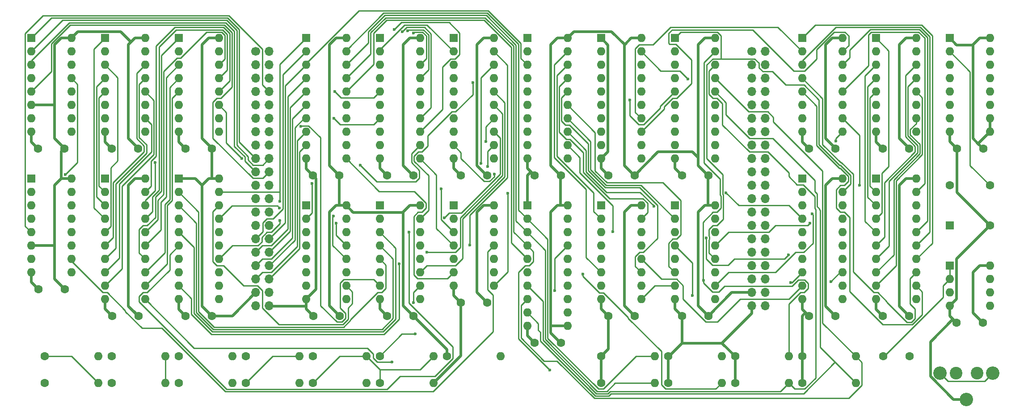
<source format=gbr>
%TF.GenerationSoftware,KiCad,Pcbnew,(5.1.8)-1*%
%TF.CreationDate,2020-12-28T18:18:32+00:00*%
%TF.ProjectId,sound-board,736f756e-642d-4626-9f61-72642e6b6963,rev?*%
%TF.SameCoordinates,Original*%
%TF.FileFunction,Copper,L2,Bot*%
%TF.FilePolarity,Positive*%
%FSLAX46Y46*%
G04 Gerber Fmt 4.6, Leading zero omitted, Abs format (unit mm)*
G04 Created by KiCad (PCBNEW (5.1.8)-1) date 2020-12-28 18:18:32*
%MOMM*%
%LPD*%
G01*
G04 APERTURE LIST*
%TA.AperFunction,ComponentPad*%
%ADD10C,1.600000*%
%TD*%
%TA.AperFunction,ComponentPad*%
%ADD11C,2.400000*%
%TD*%
%TA.AperFunction,ComponentPad*%
%ADD12C,2.550000*%
%TD*%
%TA.AperFunction,ComponentPad*%
%ADD13O,1.600000X1.600000*%
%TD*%
%TA.AperFunction,ComponentPad*%
%ADD14R,1.600000X1.600000*%
%TD*%
%TA.AperFunction,ComponentPad*%
%ADD15O,1.700000X1.700000*%
%TD*%
%TA.AperFunction,ComponentPad*%
%ADD16C,1.700000*%
%TD*%
%TA.AperFunction,ViaPad*%
%ADD17C,0.600000*%
%TD*%
%TA.AperFunction,Conductor*%
%ADD18C,0.500000*%
%TD*%
%TA.AperFunction,Conductor*%
%ADD19C,0.250000*%
%TD*%
G04 APERTURE END LIST*
D10*
%TO.P,C6,2*%
%TO.N,+5V*%
X37385000Y-84455000D03*
%TO.P,C6,1*%
%TO.N,GND*%
X32385000Y-84455000D03*
%TD*%
%TO.P,C1,2*%
%TO.N,Net-(C1-Pad2)*%
X164545000Y-123825000D03*
%TO.P,C1,1*%
%TO.N,Net-(C1-Pad1)*%
X169545000Y-123825000D03*
%TD*%
%TO.P,C25,2*%
%TO.N,+5V*%
X75565000Y-89535000D03*
%TO.P,C25,1*%
%TO.N,GND*%
X70565000Y-89535000D03*
%TD*%
%TO.P,C24,2*%
%TO.N,+5V*%
X103505000Y-89535000D03*
%TO.P,C24,1*%
%TO.N,GND*%
X98505000Y-89535000D03*
%TD*%
%TO.P,C23,2*%
%TO.N,+5V*%
X89535000Y-89535000D03*
%TO.P,C23,1*%
%TO.N,GND*%
X84535000Y-89535000D03*
%TD*%
%TO.P,C22,2*%
%TO.N,+5V*%
X117475000Y-89535000D03*
%TO.P,C22,1*%
%TO.N,GND*%
X112475000Y-89535000D03*
%TD*%
%TO.P,C21,2*%
%TO.N,+5V*%
X131445000Y-89535000D03*
%TO.P,C21,1*%
%TO.N,GND*%
X126445000Y-89535000D03*
%TD*%
%TO.P,C20,2*%
%TO.N,+5V*%
X61515000Y-89535000D03*
%TO.P,C20,1*%
%TO.N,GND*%
X56515000Y-89535000D03*
%TD*%
%TO.P,C19,2*%
%TO.N,+5V*%
X103505000Y-121285000D03*
%TO.P,C19,1*%
%TO.N,GND*%
X98505000Y-121285000D03*
%TD*%
%TO.P,C18,2*%
%TO.N,+5V*%
X169465000Y-84455000D03*
%TO.P,C18,1*%
%TO.N,GND*%
X164465000Y-84455000D03*
%TD*%
%TO.P,C17,2*%
%TO.N,+5V*%
X117475000Y-116205000D03*
%TO.P,C17,1*%
%TO.N,GND*%
X112475000Y-116205000D03*
%TD*%
%TO.P,C16,2*%
%TO.N,+5V*%
X155495000Y-84455000D03*
%TO.P,C16,1*%
%TO.N,GND*%
X150495000Y-84455000D03*
%TD*%
%TO.P,C15,2*%
%TO.N,+5V*%
X183435000Y-117475000D03*
%TO.P,C15,1*%
%TO.N,GND*%
X178435000Y-117475000D03*
%TD*%
%TO.P,C14,2*%
%TO.N,+5V*%
X131445000Y-116205000D03*
%TO.P,C14,1*%
%TO.N,GND*%
X126445000Y-116205000D03*
%TD*%
%TO.P,C13,2*%
%TO.N,+5V*%
X183515000Y-84455000D03*
%TO.P,C13,1*%
%TO.N,GND*%
X178515000Y-84455000D03*
%TD*%
%TO.P,C12,2*%
%TO.N,+5V*%
X169465000Y-116205000D03*
%TO.P,C12,1*%
%TO.N,GND*%
X164465000Y-116205000D03*
%TD*%
%TO.P,C11,2*%
%TO.N,+5V*%
X155495000Y-116205000D03*
%TO.P,C11,1*%
%TO.N,GND*%
X150495000Y-116205000D03*
%TD*%
%TO.P,C10,2*%
%TO.N,+5V*%
X89535000Y-113665000D03*
%TO.P,C10,1*%
%TO.N,GND*%
X84535000Y-113665000D03*
%TD*%
%TO.P,C9,2*%
%TO.N,+5V*%
X37385000Y-116205000D03*
%TO.P,C9,1*%
%TO.N,GND*%
X32385000Y-116205000D03*
%TD*%
%TO.P,C8,2*%
%TO.N,+5V*%
X61595000Y-116205000D03*
%TO.P,C8,1*%
%TO.N,GND*%
X56595000Y-116205000D03*
%TD*%
%TO.P,C7,2*%
%TO.N,+5V*%
X23495000Y-116205000D03*
%TO.P,C7,1*%
%TO.N,GND*%
X18495000Y-116205000D03*
%TD*%
%TO.P,C5,2*%
%TO.N,+5V*%
X9525000Y-111125000D03*
%TO.P,C5,1*%
%TO.N,GND*%
X4525000Y-111125000D03*
%TD*%
%TO.P,C4,2*%
%TO.N,+5V*%
X23415000Y-84455000D03*
%TO.P,C4,1*%
%TO.N,GND*%
X18415000Y-84455000D03*
%TD*%
%TO.P,C3,2*%
%TO.N,+5V*%
X9445000Y-84455000D03*
%TO.P,C3,1*%
%TO.N,GND*%
X4445000Y-84455000D03*
%TD*%
%TO.P,C2,2*%
%TO.N,+5V*%
X75565000Y-116205000D03*
%TO.P,C2,1*%
%TO.N,GND*%
X70565000Y-116205000D03*
%TD*%
D11*
%TO.P,J3,11*%
%TO.N,N/C*%
X178340000Y-127025000D03*
%TO.P,J3,10*%
X182340000Y-127025000D03*
D12*
%TO.P,J3,3*%
%TO.N,Net-(C1-Pad1)*%
X175340000Y-127025000D03*
%TO.P,J3,2*%
X185340000Y-127025000D03*
%TO.P,J3,1*%
%TO.N,GND*%
X180340000Y-132025000D03*
%TD*%
D13*
%TO.P,U24,8*%
%TO.N,+5V*%
X184785000Y-106680000D03*
%TO.P,U24,4*%
%TO.N,GND*%
X177165000Y-114300000D03*
%TO.P,U24,7*%
%TO.N,N/C*%
X184785000Y-109220000D03*
%TO.P,U24,3*%
%TO.N,ANALOG_OUT*%
X177165000Y-111760000D03*
%TO.P,U24,6*%
%TO.N,N/C*%
X184785000Y-111760000D03*
%TO.P,U24,2*%
%TO.N,Net-(C1-Pad2)*%
X177165000Y-109220000D03*
%TO.P,U24,5*%
%TO.N,N/C*%
X184785000Y-114300000D03*
D14*
%TO.P,U24,1*%
%TO.N,Net-(C1-Pad2)*%
X177165000Y-106680000D03*
%TD*%
D13*
%TO.P,R22,2*%
%TO.N,GND*%
X79375000Y-128905000D03*
D10*
%TO.P,R22,1*%
%TO.N,ANALOG_OUT*%
X69215000Y-128905000D03*
%TD*%
D13*
%TO.P,R20,2*%
%TO.N,ANALOG_OUT*%
X92075000Y-123825000D03*
D10*
%TO.P,R20,1*%
%TO.N,+5V*%
X81915000Y-123825000D03*
%TD*%
%TO.P,X1,4*%
%TO.N,GND*%
X184785000Y-99060000D03*
%TO.P,X1,5*%
%TO.N,CLK_1M*%
X184785000Y-91440000D03*
%TO.P,X1,8*%
%TO.N,+5V*%
X177165000Y-91440000D03*
D14*
%TO.P,X1,1*%
%TO.N,Net-(X1-Pad1)*%
X177165000Y-99060000D03*
%TD*%
D13*
%TO.P,U23,16*%
%TO.N,+5V*%
X132715000Y-95250000D03*
%TO.P,U23,8*%
%TO.N,GND*%
X125095000Y-113030000D03*
%TO.P,U23,15*%
%TO.N,/Wave Generator B/ADD14*%
X132715000Y-97790000D03*
%TO.P,U23,7*%
%TO.N,/Wave Generator B/CARRY2*%
X125095000Y-110490000D03*
%TO.P,U23,14*%
%TO.N,/Wave Generator B/COUNT14*%
X132715000Y-100330000D03*
%TO.P,U23,6*%
%TO.N,/Wave Generator B/ADD12*%
X125095000Y-107950000D03*
%TO.P,U23,13*%
%TO.N,/Wave Generator B/SUM14*%
X132715000Y-102870000D03*
%TO.P,U23,5*%
%TO.N,/Wave Generator B/COUNT12*%
X125095000Y-105410000D03*
%TO.P,U23,12*%
%TO.N,/Wave Generator B/COUNT15*%
X132715000Y-105410000D03*
%TO.P,U23,4*%
%TO.N,/Wave Generator B/SUM12*%
X125095000Y-102870000D03*
%TO.P,U23,11*%
%TO.N,/Wave Generator B/ADD15*%
X132715000Y-107950000D03*
%TO.P,U23,3*%
%TO.N,/Wave Generator B/COUNT13*%
X125095000Y-100330000D03*
%TO.P,U23,10*%
%TO.N,/Wave Generator B/SUM15*%
X132715000Y-110490000D03*
%TO.P,U23,2*%
%TO.N,/Wave Generator B/ADD13*%
X125095000Y-97790000D03*
%TO.P,U23,9*%
%TO.N,Net-(U23-Pad9)*%
X132715000Y-113030000D03*
D14*
%TO.P,U23,1*%
%TO.N,/Wave Generator B/SUM13*%
X125095000Y-95250000D03*
%TD*%
D13*
%TO.P,U22,16*%
%TO.N,+5V*%
X118745000Y-95250000D03*
%TO.P,U22,8*%
%TO.N,GND*%
X111125000Y-113030000D03*
%TO.P,U22,15*%
%TO.N,/Wave Generator B/ADD10*%
X118745000Y-97790000D03*
%TO.P,U22,7*%
%TO.N,/Wave Generator B/CARRY1*%
X111125000Y-110490000D03*
%TO.P,U22,14*%
%TO.N,/Wave Generator B/COUNT10*%
X118745000Y-100330000D03*
%TO.P,U22,6*%
%TO.N,/Wave Generator B/ADD8*%
X111125000Y-107950000D03*
%TO.P,U22,13*%
%TO.N,/Wave Generator B/SUM10*%
X118745000Y-102870000D03*
%TO.P,U22,5*%
%TO.N,/Wave Generator B/COUNT8*%
X111125000Y-105410000D03*
%TO.P,U22,12*%
%TO.N,/Wave Generator B/COUNT11*%
X118745000Y-105410000D03*
%TO.P,U22,4*%
%TO.N,/Wave Generator B/SUM8*%
X111125000Y-102870000D03*
%TO.P,U22,11*%
%TO.N,/Wave Generator B/ADD11*%
X118745000Y-107950000D03*
%TO.P,U22,3*%
%TO.N,/Wave Generator B/COUNT9*%
X111125000Y-100330000D03*
%TO.P,U22,10*%
%TO.N,/Wave Generator B/SUM11*%
X118745000Y-110490000D03*
%TO.P,U22,2*%
%TO.N,/Wave Generator B/ADD9*%
X111125000Y-97790000D03*
%TO.P,U22,9*%
%TO.N,/Wave Generator B/CARRY2*%
X118745000Y-113030000D03*
D14*
%TO.P,U22,1*%
%TO.N,/Wave Generator B/SUM9*%
X111125000Y-95250000D03*
%TD*%
D13*
%TO.P,U21,16*%
%TO.N,+5V*%
X156845000Y-63500000D03*
%TO.P,U21,8*%
%TO.N,GND*%
X149225000Y-81280000D03*
%TO.P,U21,15*%
%TO.N,/Wave Generator B/ADD6*%
X156845000Y-66040000D03*
%TO.P,U21,7*%
%TO.N,/Wave Generator B/CARRY0*%
X149225000Y-78740000D03*
%TO.P,U21,14*%
%TO.N,/Wave Generator B/COUNT6*%
X156845000Y-68580000D03*
%TO.P,U21,6*%
%TO.N,/Wave Generator B/ADD4*%
X149225000Y-76200000D03*
%TO.P,U21,13*%
%TO.N,/Wave Generator B/SUM6*%
X156845000Y-71120000D03*
%TO.P,U21,5*%
%TO.N,/Wave Generator B/COUNT4*%
X149225000Y-73660000D03*
%TO.P,U21,12*%
%TO.N,/Wave Generator B/COUNT7*%
X156845000Y-73660000D03*
%TO.P,U21,4*%
%TO.N,/Wave Generator B/SUM4*%
X149225000Y-71120000D03*
%TO.P,U21,11*%
%TO.N,/Wave Generator B/ADD7*%
X156845000Y-76200000D03*
%TO.P,U21,3*%
%TO.N,/Wave Generator B/COUNT5*%
X149225000Y-68580000D03*
%TO.P,U21,10*%
%TO.N,/Wave Generator B/SUM7*%
X156845000Y-78740000D03*
%TO.P,U21,2*%
%TO.N,/Wave Generator B/ADD5*%
X149225000Y-66040000D03*
%TO.P,U21,9*%
%TO.N,/Wave Generator B/CARRY1*%
X156845000Y-81280000D03*
D14*
%TO.P,U21,1*%
%TO.N,/Wave Generator B/SUM5*%
X149225000Y-63500000D03*
%TD*%
D13*
%TO.P,U20,16*%
%TO.N,+5V*%
X170815000Y-63500000D03*
%TO.P,U20,8*%
%TO.N,GND*%
X163195000Y-81280000D03*
%TO.P,U20,15*%
%TO.N,/Wave Generator B/ADD2*%
X170815000Y-66040000D03*
%TO.P,U20,7*%
%TO.N,Net-(U20-Pad7)*%
X163195000Y-78740000D03*
%TO.P,U20,14*%
%TO.N,/Wave Generator B/COUNT2*%
X170815000Y-68580000D03*
%TO.P,U20,6*%
%TO.N,/Wave Generator B/ADD0*%
X163195000Y-76200000D03*
%TO.P,U20,13*%
%TO.N,/Wave Generator B/SUM2*%
X170815000Y-71120000D03*
%TO.P,U20,5*%
%TO.N,/Wave Generator B/COUNT0*%
X163195000Y-73660000D03*
%TO.P,U20,12*%
%TO.N,/Wave Generator B/COUNT3*%
X170815000Y-73660000D03*
%TO.P,U20,4*%
%TO.N,/Wave Generator B/SUM0*%
X163195000Y-71120000D03*
%TO.P,U20,11*%
%TO.N,/Wave Generator B/ADD3*%
X170815000Y-76200000D03*
%TO.P,U20,3*%
%TO.N,/Wave Generator B/COUNT1*%
X163195000Y-68580000D03*
%TO.P,U20,10*%
%TO.N,/Wave Generator B/SUM3*%
X170815000Y-78740000D03*
%TO.P,U20,2*%
%TO.N,/Wave Generator B/ADD1*%
X163195000Y-66040000D03*
%TO.P,U20,9*%
%TO.N,/Wave Generator B/CARRY0*%
X170815000Y-81280000D03*
D14*
%TO.P,U20,1*%
%TO.N,/Wave Generator B/SUM1*%
X163195000Y-63500000D03*
%TD*%
D13*
%TO.P,U19,20*%
%TO.N,+5V*%
X132715000Y-63500000D03*
%TO.P,U19,10*%
%TO.N,GND*%
X125095000Y-86360000D03*
%TO.P,U19,19*%
%TO.N,DIGITAL_B_0*%
X132715000Y-66040000D03*
%TO.P,U19,9*%
%TO.N,D7*%
X125095000Y-83820000D03*
%TO.P,U19,18*%
%TO.N,DIGITAL_B_1*%
X132715000Y-68580000D03*
%TO.P,U19,8*%
%TO.N,D6*%
X125095000Y-81280000D03*
%TO.P,U19,17*%
%TO.N,DIGITAL_B_2*%
X132715000Y-71120000D03*
%TO.P,U19,7*%
%TO.N,D5*%
X125095000Y-78740000D03*
%TO.P,U19,16*%
%TO.N,DIGITAL_B_3*%
X132715000Y-73660000D03*
%TO.P,U19,6*%
%TO.N,D4*%
X125095000Y-76200000D03*
%TO.P,U19,15*%
%TO.N,Net-(U19-Pad15)*%
X132715000Y-76200000D03*
%TO.P,U19,5*%
%TO.N,D3*%
X125095000Y-73660000D03*
%TO.P,U19,14*%
%TO.N,Net-(U19-Pad14)*%
X132715000Y-78740000D03*
%TO.P,U19,4*%
%TO.N,D2*%
X125095000Y-71120000D03*
%TO.P,U19,13*%
%TO.N,Net-(U19-Pad13)*%
X132715000Y-81280000D03*
%TO.P,U19,3*%
%TO.N,D1*%
X125095000Y-68580000D03*
%TO.P,U19,12*%
%TO.N,Net-(U19-Pad12)*%
X132715000Y-83820000D03*
%TO.P,U19,2*%
%TO.N,D0*%
X125095000Y-66040000D03*
%TO.P,U19,11*%
%TO.N,VB_SELECT*%
X132715000Y-86360000D03*
D14*
%TO.P,U19,1*%
%TO.N,/Wave Generator B/COUNT15*%
X125095000Y-63500000D03*
%TD*%
D13*
%TO.P,U18,20*%
%TO.N,+5V*%
X156845000Y-90170000D03*
%TO.P,U18,10*%
%TO.N,GND*%
X149225000Y-113030000D03*
%TO.P,U18,19*%
%TO.N,/Wave Generator B/COUNT15*%
X156845000Y-92710000D03*
%TO.P,U18,9*%
%TO.N,/Wave Generator B/COUNT11*%
X149225000Y-110490000D03*
%TO.P,U18,18*%
%TO.N,/Wave Generator B/SUM15*%
X156845000Y-95250000D03*
%TO.P,U18,8*%
%TO.N,/Wave Generator B/SUM11*%
X149225000Y-107950000D03*
%TO.P,U18,17*%
%TO.N,/Wave Generator B/SUM14*%
X156845000Y-97790000D03*
%TO.P,U18,7*%
%TO.N,/Wave Generator B/SUM10*%
X149225000Y-105410000D03*
%TO.P,U18,16*%
%TO.N,/Wave Generator B/COUNT14*%
X156845000Y-100330000D03*
%TO.P,U18,6*%
%TO.N,/Wave Generator B/COUNT10*%
X149225000Y-102870000D03*
%TO.P,U18,15*%
%TO.N,/Wave Generator B/COUNT13*%
X156845000Y-102870000D03*
%TO.P,U18,5*%
%TO.N,/Wave Generator B/COUNT9*%
X149225000Y-100330000D03*
%TO.P,U18,14*%
%TO.N,/Wave Generator B/SUM13*%
X156845000Y-105410000D03*
%TO.P,U18,4*%
%TO.N,/Wave Generator B/SUM9*%
X149225000Y-97790000D03*
%TO.P,U18,13*%
%TO.N,/Wave Generator B/SUM12*%
X156845000Y-107950000D03*
%TO.P,U18,3*%
%TO.N,/Wave Generator B/SUM8*%
X149225000Y-95250000D03*
%TO.P,U18,12*%
%TO.N,/Wave Generator B/COUNT12*%
X156845000Y-110490000D03*
%TO.P,U18,2*%
%TO.N,/Wave Generator B/COUNT8*%
X149225000Y-92710000D03*
%TO.P,U18,11*%
%TO.N,CLK_62K5*%
X156845000Y-113030000D03*
D14*
%TO.P,U18,1*%
%TO.N,+5V*%
X149225000Y-90170000D03*
%TD*%
D13*
%TO.P,U17,20*%
%TO.N,+5V*%
X170815000Y-90170000D03*
%TO.P,U17,10*%
%TO.N,GND*%
X163195000Y-113030000D03*
%TO.P,U17,19*%
%TO.N,/Wave Generator B/COUNT7*%
X170815000Y-92710000D03*
%TO.P,U17,9*%
%TO.N,/Wave Generator B/COUNT3*%
X163195000Y-110490000D03*
%TO.P,U17,18*%
%TO.N,/Wave Generator B/SUM7*%
X170815000Y-95250000D03*
%TO.P,U17,8*%
%TO.N,/Wave Generator B/SUM3*%
X163195000Y-107950000D03*
%TO.P,U17,17*%
%TO.N,/Wave Generator B/SUM6*%
X170815000Y-97790000D03*
%TO.P,U17,7*%
%TO.N,/Wave Generator B/SUM2*%
X163195000Y-105410000D03*
%TO.P,U17,16*%
%TO.N,/Wave Generator B/COUNT6*%
X170815000Y-100330000D03*
%TO.P,U17,6*%
%TO.N,/Wave Generator B/COUNT2*%
X163195000Y-102870000D03*
%TO.P,U17,15*%
%TO.N,/Wave Generator B/COUNT5*%
X170815000Y-102870000D03*
%TO.P,U17,5*%
%TO.N,/Wave Generator B/COUNT1*%
X163195000Y-100330000D03*
%TO.P,U17,14*%
%TO.N,/Wave Generator B/SUM5*%
X170815000Y-105410000D03*
%TO.P,U17,4*%
%TO.N,/Wave Generator B/SUM1*%
X163195000Y-97790000D03*
%TO.P,U17,13*%
%TO.N,/Wave Generator B/SUM4*%
X170815000Y-107950000D03*
%TO.P,U17,3*%
%TO.N,/Wave Generator B/SUM0*%
X163195000Y-95250000D03*
%TO.P,U17,12*%
%TO.N,/Wave Generator B/COUNT4*%
X170815000Y-110490000D03*
%TO.P,U17,2*%
%TO.N,/Wave Generator B/COUNT0*%
X163195000Y-92710000D03*
%TO.P,U17,11*%
%TO.N,CLK_62K5*%
X170815000Y-113030000D03*
D14*
%TO.P,U17,1*%
%TO.N,+5V*%
X163195000Y-90170000D03*
%TD*%
D13*
%TO.P,U16,20*%
%TO.N,+5V*%
X104775000Y-63500000D03*
%TO.P,U16,10*%
%TO.N,GND*%
X97155000Y-86360000D03*
%TO.P,U16,19*%
%TO.N,/Wave Generator B/ADD8*%
X104775000Y-66040000D03*
%TO.P,U16,9*%
%TO.N,D7*%
X97155000Y-83820000D03*
%TO.P,U16,18*%
%TO.N,/Wave Generator B/ADD9*%
X104775000Y-68580000D03*
%TO.P,U16,8*%
%TO.N,D6*%
X97155000Y-81280000D03*
%TO.P,U16,17*%
%TO.N,/Wave Generator B/ADD10*%
X104775000Y-71120000D03*
%TO.P,U16,7*%
%TO.N,D5*%
X97155000Y-78740000D03*
%TO.P,U16,16*%
%TO.N,/Wave Generator B/ADD11*%
X104775000Y-73660000D03*
%TO.P,U16,6*%
%TO.N,D4*%
X97155000Y-76200000D03*
%TO.P,U16,15*%
%TO.N,/Wave Generator B/ADD12*%
X104775000Y-76200000D03*
%TO.P,U16,5*%
%TO.N,D3*%
X97155000Y-73660000D03*
%TO.P,U16,14*%
%TO.N,/Wave Generator B/ADD13*%
X104775000Y-78740000D03*
%TO.P,U16,4*%
%TO.N,D2*%
X97155000Y-71120000D03*
%TO.P,U16,13*%
%TO.N,/Wave Generator B/ADD14*%
X104775000Y-81280000D03*
%TO.P,U16,3*%
%TO.N,D1*%
X97155000Y-68580000D03*
%TO.P,U16,12*%
%TO.N,/Wave Generator B/ADD15*%
X104775000Y-83820000D03*
%TO.P,U16,2*%
%TO.N,D0*%
X97155000Y-66040000D03*
%TO.P,U16,11*%
%TO.N,FB_H_SELECT*%
X104775000Y-86360000D03*
D14*
%TO.P,U16,1*%
%TO.N,GND*%
X97155000Y-63500000D03*
%TD*%
D13*
%TO.P,U15,20*%
%TO.N,+5V*%
X118745000Y-63500000D03*
%TO.P,U15,10*%
%TO.N,GND*%
X111125000Y-86360000D03*
%TO.P,U15,19*%
%TO.N,/Wave Generator B/ADD0*%
X118745000Y-66040000D03*
%TO.P,U15,9*%
%TO.N,D7*%
X111125000Y-83820000D03*
%TO.P,U15,18*%
%TO.N,/Wave Generator B/ADD1*%
X118745000Y-68580000D03*
%TO.P,U15,8*%
%TO.N,D6*%
X111125000Y-81280000D03*
%TO.P,U15,17*%
%TO.N,/Wave Generator B/ADD2*%
X118745000Y-71120000D03*
%TO.P,U15,7*%
%TO.N,D5*%
X111125000Y-78740000D03*
%TO.P,U15,16*%
%TO.N,/Wave Generator B/ADD3*%
X118745000Y-73660000D03*
%TO.P,U15,6*%
%TO.N,D4*%
X111125000Y-76200000D03*
%TO.P,U15,15*%
%TO.N,/Wave Generator B/ADD4*%
X118745000Y-76200000D03*
%TO.P,U15,5*%
%TO.N,D3*%
X111125000Y-73660000D03*
%TO.P,U15,14*%
%TO.N,/Wave Generator B/ADD5*%
X118745000Y-78740000D03*
%TO.P,U15,4*%
%TO.N,D2*%
X111125000Y-71120000D03*
%TO.P,U15,13*%
%TO.N,/Wave Generator B/ADD6*%
X118745000Y-81280000D03*
%TO.P,U15,3*%
%TO.N,D1*%
X111125000Y-68580000D03*
%TO.P,U15,12*%
%TO.N,/Wave Generator B/ADD7*%
X118745000Y-83820000D03*
%TO.P,U15,2*%
%TO.N,D0*%
X111125000Y-66040000D03*
%TO.P,U15,11*%
%TO.N,FB_L_SELECT*%
X118745000Y-86360000D03*
D14*
%TO.P,U15,1*%
%TO.N,GND*%
X111125000Y-63500000D03*
%TD*%
D13*
%TO.P,U14,16*%
%TO.N,+5V*%
X62865000Y-95250000D03*
%TO.P,U14,8*%
%TO.N,GND*%
X55245000Y-113030000D03*
%TO.P,U14,15*%
%TO.N,/Wave Generator A/ADD14*%
X62865000Y-97790000D03*
%TO.P,U14,7*%
%TO.N,/Wave Generator A/CARRY2*%
X55245000Y-110490000D03*
%TO.P,U14,14*%
%TO.N,/Wave Generator A/COUNT14*%
X62865000Y-100330000D03*
%TO.P,U14,6*%
%TO.N,/Wave Generator A/ADD12*%
X55245000Y-107950000D03*
%TO.P,U14,13*%
%TO.N,/Wave Generator A/SUM14*%
X62865000Y-102870000D03*
%TO.P,U14,5*%
%TO.N,/Wave Generator A/COUNT12*%
X55245000Y-105410000D03*
%TO.P,U14,12*%
%TO.N,/Wave Generator A/COUNT15*%
X62865000Y-105410000D03*
%TO.P,U14,4*%
%TO.N,/Wave Generator A/SUM12*%
X55245000Y-102870000D03*
%TO.P,U14,11*%
%TO.N,/Wave Generator A/ADD15*%
X62865000Y-107950000D03*
%TO.P,U14,3*%
%TO.N,/Wave Generator A/COUNT13*%
X55245000Y-100330000D03*
%TO.P,U14,10*%
%TO.N,/Wave Generator A/SUM15*%
X62865000Y-110490000D03*
%TO.P,U14,2*%
%TO.N,/Wave Generator A/ADD13*%
X55245000Y-97790000D03*
%TO.P,U14,9*%
%TO.N,Net-(U14-Pad9)*%
X62865000Y-113030000D03*
D14*
%TO.P,U14,1*%
%TO.N,/Wave Generator A/SUM13*%
X55245000Y-95250000D03*
%TD*%
D13*
%TO.P,U13,16*%
%TO.N,+5V*%
X76835000Y-95250000D03*
%TO.P,U13,8*%
%TO.N,GND*%
X69215000Y-113030000D03*
%TO.P,U13,15*%
%TO.N,/Wave Generator A/ADD10*%
X76835000Y-97790000D03*
%TO.P,U13,7*%
%TO.N,/Wave Generator A/CARRY1*%
X69215000Y-110490000D03*
%TO.P,U13,14*%
%TO.N,/Wave Generator A/COUNT10*%
X76835000Y-100330000D03*
%TO.P,U13,6*%
%TO.N,/Wave Generator A/ADD8*%
X69215000Y-107950000D03*
%TO.P,U13,13*%
%TO.N,/Wave Generator A/SUM10*%
X76835000Y-102870000D03*
%TO.P,U13,5*%
%TO.N,/Wave Generator A/COUNT8*%
X69215000Y-105410000D03*
%TO.P,U13,12*%
%TO.N,/Wave Generator A/COUNT11*%
X76835000Y-105410000D03*
%TO.P,U13,4*%
%TO.N,/Wave Generator A/SUM8*%
X69215000Y-102870000D03*
%TO.P,U13,11*%
%TO.N,/Wave Generator A/ADD11*%
X76835000Y-107950000D03*
%TO.P,U13,3*%
%TO.N,/Wave Generator A/COUNT9*%
X69215000Y-100330000D03*
%TO.P,U13,10*%
%TO.N,/Wave Generator A/SUM11*%
X76835000Y-110490000D03*
%TO.P,U13,2*%
%TO.N,/Wave Generator A/ADD9*%
X69215000Y-97790000D03*
%TO.P,U13,9*%
%TO.N,/Wave Generator A/CARRY2*%
X76835000Y-113030000D03*
D14*
%TO.P,U13,1*%
%TO.N,/Wave Generator A/SUM9*%
X69215000Y-95250000D03*
%TD*%
D13*
%TO.P,U12,16*%
%TO.N,+5V*%
X38735000Y-63500000D03*
%TO.P,U12,8*%
%TO.N,GND*%
X31115000Y-81280000D03*
%TO.P,U12,15*%
%TO.N,/Wave Generator A/ADD6*%
X38735000Y-66040000D03*
%TO.P,U12,7*%
%TO.N,/Wave Generator A/CARRY0*%
X31115000Y-78740000D03*
%TO.P,U12,14*%
%TO.N,/Wave Generator A/COUNT6*%
X38735000Y-68580000D03*
%TO.P,U12,6*%
%TO.N,/Wave Generator A/ADD4*%
X31115000Y-76200000D03*
%TO.P,U12,13*%
%TO.N,/Wave Generator A/SUM6*%
X38735000Y-71120000D03*
%TO.P,U12,5*%
%TO.N,/Wave Generator A/COUNT4*%
X31115000Y-73660000D03*
%TO.P,U12,12*%
%TO.N,/Wave Generator A/COUNT7*%
X38735000Y-73660000D03*
%TO.P,U12,4*%
%TO.N,/Wave Generator A/SUM4*%
X31115000Y-71120000D03*
%TO.P,U12,11*%
%TO.N,/Wave Generator A/ADD7*%
X38735000Y-76200000D03*
%TO.P,U12,3*%
%TO.N,/Wave Generator A/COUNT5*%
X31115000Y-68580000D03*
%TO.P,U12,10*%
%TO.N,/Wave Generator A/SUM7*%
X38735000Y-78740000D03*
%TO.P,U12,2*%
%TO.N,/Wave Generator A/ADD5*%
X31115000Y-66040000D03*
%TO.P,U12,9*%
%TO.N,/Wave Generator A/CARRY1*%
X38735000Y-81280000D03*
D14*
%TO.P,U12,1*%
%TO.N,/Wave Generator A/SUM5*%
X31115000Y-63500000D03*
%TD*%
D13*
%TO.P,U11,16*%
%TO.N,+5V*%
X24765000Y-63500000D03*
%TO.P,U11,8*%
%TO.N,GND*%
X17145000Y-81280000D03*
%TO.P,U11,15*%
%TO.N,/Wave Generator A/ADD2*%
X24765000Y-66040000D03*
%TO.P,U11,7*%
%TO.N,Net-(U11-Pad7)*%
X17145000Y-78740000D03*
%TO.P,U11,14*%
%TO.N,/Wave Generator A/COUNT2*%
X24765000Y-68580000D03*
%TO.P,U11,6*%
%TO.N,/Wave Generator A/ADD0*%
X17145000Y-76200000D03*
%TO.P,U11,13*%
%TO.N,/Wave Generator A/SUM2*%
X24765000Y-71120000D03*
%TO.P,U11,5*%
%TO.N,/Wave Generator A/COUNT0*%
X17145000Y-73660000D03*
%TO.P,U11,12*%
%TO.N,/Wave Generator A/COUNT3*%
X24765000Y-73660000D03*
%TO.P,U11,4*%
%TO.N,/Wave Generator A/SUM0*%
X17145000Y-71120000D03*
%TO.P,U11,11*%
%TO.N,/Wave Generator A/ADD3*%
X24765000Y-76200000D03*
%TO.P,U11,3*%
%TO.N,/Wave Generator A/COUNT1*%
X17145000Y-68580000D03*
%TO.P,U11,10*%
%TO.N,/Wave Generator A/SUM3*%
X24765000Y-78740000D03*
%TO.P,U11,2*%
%TO.N,/Wave Generator A/ADD1*%
X17145000Y-66040000D03*
%TO.P,U11,9*%
%TO.N,/Wave Generator A/CARRY0*%
X24765000Y-81280000D03*
D14*
%TO.P,U11,1*%
%TO.N,/Wave Generator A/SUM1*%
X17145000Y-63500000D03*
%TD*%
D13*
%TO.P,U10,20*%
%TO.N,+5V*%
X62865000Y-63500000D03*
%TO.P,U10,10*%
%TO.N,GND*%
X55245000Y-86360000D03*
%TO.P,U10,19*%
%TO.N,DIGITAL_A_0*%
X62865000Y-66040000D03*
%TO.P,U10,9*%
%TO.N,D7*%
X55245000Y-83820000D03*
%TO.P,U10,18*%
%TO.N,DIGITAL_A_1*%
X62865000Y-68580000D03*
%TO.P,U10,8*%
%TO.N,D6*%
X55245000Y-81280000D03*
%TO.P,U10,17*%
%TO.N,DIGITAL_A_2*%
X62865000Y-71120000D03*
%TO.P,U10,7*%
%TO.N,D5*%
X55245000Y-78740000D03*
%TO.P,U10,16*%
%TO.N,DIGITAL_A_3*%
X62865000Y-73660000D03*
%TO.P,U10,6*%
%TO.N,D4*%
X55245000Y-76200000D03*
%TO.P,U10,15*%
%TO.N,Net-(U10-Pad15)*%
X62865000Y-76200000D03*
%TO.P,U10,5*%
%TO.N,D3*%
X55245000Y-73660000D03*
%TO.P,U10,14*%
%TO.N,Net-(U10-Pad14)*%
X62865000Y-78740000D03*
%TO.P,U10,4*%
%TO.N,D2*%
X55245000Y-71120000D03*
%TO.P,U10,13*%
%TO.N,Net-(U10-Pad13)*%
X62865000Y-81280000D03*
%TO.P,U10,3*%
%TO.N,D1*%
X55245000Y-68580000D03*
%TO.P,U10,12*%
%TO.N,Net-(U10-Pad12)*%
X62865000Y-83820000D03*
%TO.P,U10,2*%
%TO.N,D0*%
X55245000Y-66040000D03*
%TO.P,U10,11*%
%TO.N,VA_SELECT*%
X62865000Y-86360000D03*
D14*
%TO.P,U10,1*%
%TO.N,/Wave Generator A/COUNT15*%
X55245000Y-63500000D03*
%TD*%
D13*
%TO.P,U9,20*%
%TO.N,+5V*%
X38735000Y-90170000D03*
%TO.P,U9,10*%
%TO.N,GND*%
X31115000Y-113030000D03*
%TO.P,U9,19*%
%TO.N,/Wave Generator A/COUNT15*%
X38735000Y-92710000D03*
%TO.P,U9,9*%
%TO.N,/Wave Generator A/COUNT11*%
X31115000Y-110490000D03*
%TO.P,U9,18*%
%TO.N,/Wave Generator A/SUM15*%
X38735000Y-95250000D03*
%TO.P,U9,8*%
%TO.N,/Wave Generator A/SUM11*%
X31115000Y-107950000D03*
%TO.P,U9,17*%
%TO.N,/Wave Generator A/SUM14*%
X38735000Y-97790000D03*
%TO.P,U9,7*%
%TO.N,/Wave Generator A/SUM10*%
X31115000Y-105410000D03*
%TO.P,U9,16*%
%TO.N,/Wave Generator A/COUNT14*%
X38735000Y-100330000D03*
%TO.P,U9,6*%
%TO.N,/Wave Generator A/COUNT10*%
X31115000Y-102870000D03*
%TO.P,U9,15*%
%TO.N,/Wave Generator A/COUNT13*%
X38735000Y-102870000D03*
%TO.P,U9,5*%
%TO.N,/Wave Generator A/COUNT9*%
X31115000Y-100330000D03*
%TO.P,U9,14*%
%TO.N,/Wave Generator A/SUM13*%
X38735000Y-105410000D03*
%TO.P,U9,4*%
%TO.N,/Wave Generator A/SUM9*%
X31115000Y-97790000D03*
%TO.P,U9,13*%
%TO.N,/Wave Generator A/SUM12*%
X38735000Y-107950000D03*
%TO.P,U9,3*%
%TO.N,/Wave Generator A/SUM8*%
X31115000Y-95250000D03*
%TO.P,U9,12*%
%TO.N,/Wave Generator A/COUNT12*%
X38735000Y-110490000D03*
%TO.P,U9,2*%
%TO.N,/Wave Generator A/COUNT8*%
X31115000Y-92710000D03*
%TO.P,U9,11*%
%TO.N,CLK_62K5*%
X38735000Y-113030000D03*
D14*
%TO.P,U9,1*%
%TO.N,+5V*%
X31115000Y-90170000D03*
%TD*%
D13*
%TO.P,U8,20*%
%TO.N,+5V*%
X24765000Y-90170000D03*
%TO.P,U8,10*%
%TO.N,GND*%
X17145000Y-113030000D03*
%TO.P,U8,19*%
%TO.N,/Wave Generator A/COUNT7*%
X24765000Y-92710000D03*
%TO.P,U8,9*%
%TO.N,/Wave Generator A/COUNT3*%
X17145000Y-110490000D03*
%TO.P,U8,18*%
%TO.N,/Wave Generator A/SUM7*%
X24765000Y-95250000D03*
%TO.P,U8,8*%
%TO.N,/Wave Generator A/SUM3*%
X17145000Y-107950000D03*
%TO.P,U8,17*%
%TO.N,/Wave Generator A/SUM6*%
X24765000Y-97790000D03*
%TO.P,U8,7*%
%TO.N,/Wave Generator A/SUM2*%
X17145000Y-105410000D03*
%TO.P,U8,16*%
%TO.N,/Wave Generator A/COUNT6*%
X24765000Y-100330000D03*
%TO.P,U8,6*%
%TO.N,/Wave Generator A/COUNT2*%
X17145000Y-102870000D03*
%TO.P,U8,15*%
%TO.N,/Wave Generator A/COUNT5*%
X24765000Y-102870000D03*
%TO.P,U8,5*%
%TO.N,/Wave Generator A/COUNT1*%
X17145000Y-100330000D03*
%TO.P,U8,14*%
%TO.N,/Wave Generator A/SUM5*%
X24765000Y-105410000D03*
%TO.P,U8,4*%
%TO.N,/Wave Generator A/SUM1*%
X17145000Y-97790000D03*
%TO.P,U8,13*%
%TO.N,/Wave Generator A/SUM4*%
X24765000Y-107950000D03*
%TO.P,U8,3*%
%TO.N,/Wave Generator A/SUM0*%
X17145000Y-95250000D03*
%TO.P,U8,12*%
%TO.N,/Wave Generator A/COUNT4*%
X24765000Y-110490000D03*
%TO.P,U8,2*%
%TO.N,/Wave Generator A/COUNT0*%
X17145000Y-92710000D03*
%TO.P,U8,11*%
%TO.N,CLK_62K5*%
X24765000Y-113030000D03*
D14*
%TO.P,U8,1*%
%TO.N,+5V*%
X17145000Y-90170000D03*
%TD*%
D13*
%TO.P,U7,20*%
%TO.N,+5V*%
X90805000Y-63500000D03*
%TO.P,U7,10*%
%TO.N,GND*%
X83185000Y-86360000D03*
%TO.P,U7,19*%
%TO.N,/Wave Generator A/ADD8*%
X90805000Y-66040000D03*
%TO.P,U7,9*%
%TO.N,D7*%
X83185000Y-83820000D03*
%TO.P,U7,18*%
%TO.N,/Wave Generator A/ADD9*%
X90805000Y-68580000D03*
%TO.P,U7,8*%
%TO.N,D6*%
X83185000Y-81280000D03*
%TO.P,U7,17*%
%TO.N,/Wave Generator A/ADD10*%
X90805000Y-71120000D03*
%TO.P,U7,7*%
%TO.N,D5*%
X83185000Y-78740000D03*
%TO.P,U7,16*%
%TO.N,/Wave Generator A/ADD11*%
X90805000Y-73660000D03*
%TO.P,U7,6*%
%TO.N,D4*%
X83185000Y-76200000D03*
%TO.P,U7,15*%
%TO.N,/Wave Generator A/ADD12*%
X90805000Y-76200000D03*
%TO.P,U7,5*%
%TO.N,D3*%
X83185000Y-73660000D03*
%TO.P,U7,14*%
%TO.N,/Wave Generator A/ADD13*%
X90805000Y-78740000D03*
%TO.P,U7,4*%
%TO.N,D2*%
X83185000Y-71120000D03*
%TO.P,U7,13*%
%TO.N,/Wave Generator A/ADD14*%
X90805000Y-81280000D03*
%TO.P,U7,3*%
%TO.N,D1*%
X83185000Y-68580000D03*
%TO.P,U7,12*%
%TO.N,/Wave Generator A/ADD15*%
X90805000Y-83820000D03*
%TO.P,U7,2*%
%TO.N,D0*%
X83185000Y-66040000D03*
%TO.P,U7,11*%
%TO.N,FA_H_SELECT*%
X90805000Y-86360000D03*
D14*
%TO.P,U7,1*%
%TO.N,GND*%
X83185000Y-63500000D03*
%TD*%
D13*
%TO.P,U6,20*%
%TO.N,+5V*%
X76835000Y-63500000D03*
%TO.P,U6,10*%
%TO.N,GND*%
X69215000Y-86360000D03*
%TO.P,U6,19*%
%TO.N,/Wave Generator A/ADD0*%
X76835000Y-66040000D03*
%TO.P,U6,9*%
%TO.N,D7*%
X69215000Y-83820000D03*
%TO.P,U6,18*%
%TO.N,/Wave Generator A/ADD1*%
X76835000Y-68580000D03*
%TO.P,U6,8*%
%TO.N,D6*%
X69215000Y-81280000D03*
%TO.P,U6,17*%
%TO.N,/Wave Generator A/ADD2*%
X76835000Y-71120000D03*
%TO.P,U6,7*%
%TO.N,D5*%
X69215000Y-78740000D03*
%TO.P,U6,16*%
%TO.N,/Wave Generator A/ADD3*%
X76835000Y-73660000D03*
%TO.P,U6,6*%
%TO.N,D4*%
X69215000Y-76200000D03*
%TO.P,U6,15*%
%TO.N,/Wave Generator A/ADD4*%
X76835000Y-76200000D03*
%TO.P,U6,5*%
%TO.N,D3*%
X69215000Y-73660000D03*
%TO.P,U6,14*%
%TO.N,/Wave Generator A/ADD5*%
X76835000Y-78740000D03*
%TO.P,U6,4*%
%TO.N,D2*%
X69215000Y-71120000D03*
%TO.P,U6,13*%
%TO.N,/Wave Generator A/ADD6*%
X76835000Y-81280000D03*
%TO.P,U6,3*%
%TO.N,D1*%
X69215000Y-68580000D03*
%TO.P,U6,12*%
%TO.N,/Wave Generator A/ADD7*%
X76835000Y-83820000D03*
%TO.P,U6,2*%
%TO.N,D0*%
X69215000Y-66040000D03*
%TO.P,U6,11*%
%TO.N,FA_L_SELECT*%
X76835000Y-86360000D03*
D14*
%TO.P,U6,1*%
%TO.N,GND*%
X69215000Y-63500000D03*
%TD*%
D13*
%TO.P,U5,16*%
%TO.N,+5V*%
X184785000Y-63500000D03*
%TO.P,U5,8*%
%TO.N,GND*%
X177165000Y-81280000D03*
%TO.P,U5,15*%
%TO.N,Net-(U5-Pad15)*%
X184785000Y-66040000D03*
%TO.P,U5,7*%
%TO.N,+5V*%
X177165000Y-78740000D03*
%TO.P,U5,14*%
%TO.N,CLK_500K*%
X184785000Y-68580000D03*
%TO.P,U5,6*%
%TO.N,Net-(U5-Pad6)*%
X177165000Y-76200000D03*
%TO.P,U5,13*%
%TO.N,CLK_250K*%
X184785000Y-71120000D03*
%TO.P,U5,5*%
%TO.N,Net-(U5-Pad5)*%
X177165000Y-73660000D03*
%TO.P,U5,12*%
%TO.N,CLK_125K*%
X184785000Y-73660000D03*
%TO.P,U5,4*%
%TO.N,Net-(U5-Pad4)*%
X177165000Y-71120000D03*
%TO.P,U5,11*%
%TO.N,CLK_62K5*%
X184785000Y-76200000D03*
%TO.P,U5,3*%
%TO.N,Net-(U5-Pad3)*%
X177165000Y-68580000D03*
%TO.P,U5,10*%
%TO.N,+5V*%
X184785000Y-78740000D03*
%TO.P,U5,2*%
%TO.N,CLK_1M*%
X177165000Y-66040000D03*
%TO.P,U5,9*%
%TO.N,+5V*%
X184785000Y-81280000D03*
D14*
%TO.P,U5,1*%
X177165000Y-63500000D03*
%TD*%
D13*
%TO.P,U4,20*%
%TO.N,+5V*%
X104775000Y-95250000D03*
%TO.P,U4,10*%
%TO.N,GND*%
X97155000Y-118110000D03*
%TO.P,U4,19*%
%TO.N,BUFFERED_A_0*%
X104775000Y-97790000D03*
%TO.P,U4,9*%
%TO.N,DIGITAL_B_3*%
X97155000Y-115570000D03*
%TO.P,U4,18*%
%TO.N,BUFFERED_A_1*%
X104775000Y-100330000D03*
%TO.P,U4,8*%
%TO.N,DIGITAL_B_2*%
X97155000Y-113030000D03*
%TO.P,U4,17*%
%TO.N,BUFFERED_A_2*%
X104775000Y-102870000D03*
%TO.P,U4,7*%
%TO.N,DIGITAL_B_1*%
X97155000Y-110490000D03*
%TO.P,U4,16*%
%TO.N,BUFFERED_A_3*%
X104775000Y-105410000D03*
%TO.P,U4,6*%
%TO.N,DIGITAL_B_0*%
X97155000Y-107950000D03*
%TO.P,U4,15*%
%TO.N,BUFFERED_B_0*%
X104775000Y-107950000D03*
%TO.P,U4,5*%
%TO.N,DIGITAL_A_3*%
X97155000Y-105410000D03*
%TO.P,U4,14*%
%TO.N,BUFFERED_B_1*%
X104775000Y-110490000D03*
%TO.P,U4,4*%
%TO.N,DIGITAL_A_2*%
X97155000Y-102870000D03*
%TO.P,U4,13*%
%TO.N,BUFFERED_B_2*%
X104775000Y-113030000D03*
%TO.P,U4,3*%
%TO.N,DIGITAL_A_1*%
X97155000Y-100330000D03*
%TO.P,U4,12*%
%TO.N,BUFFERED_B_3*%
X104775000Y-115570000D03*
%TO.P,U4,2*%
%TO.N,DIGITAL_A_0*%
X97155000Y-97790000D03*
%TO.P,U4,11*%
%TO.N,+5V*%
X104775000Y-118110000D03*
D14*
%TO.P,U4,1*%
%TO.N,GND*%
X97155000Y-95250000D03*
%TD*%
D13*
%TO.P,U3,16*%
%TO.N,+5V*%
X10795000Y-90170000D03*
%TO.P,U3,8*%
%TO.N,GND*%
X3175000Y-107950000D03*
%TO.P,U3,15*%
%TO.N,Net-(U2-Pad1)*%
X10795000Y-92710000D03*
%TO.P,U3,7*%
%TO.N,Net-(U3-Pad7)*%
X3175000Y-105410000D03*
%TO.P,U3,14*%
%TO.N,Net-(U2-Pad3)*%
X10795000Y-95250000D03*
%TO.P,U3,6*%
%TO.N,+5V*%
X3175000Y-102870000D03*
%TO.P,U3,13*%
%TO.N,Net-(U2-Pad5)*%
X10795000Y-97790000D03*
%TO.P,U3,5*%
%TO.N,!WRITE*%
X3175000Y-100330000D03*
%TO.P,U3,12*%
%TO.N,Net-(U3-Pad12)*%
X10795000Y-100330000D03*
%TO.P,U3,4*%
%TO.N,!AUDIO_SELECT*%
X3175000Y-97790000D03*
%TO.P,U3,11*%
%TO.N,Net-(U2-Pad9)*%
X10795000Y-102870000D03*
%TO.P,U3,3*%
%TO.N,A2*%
X3175000Y-95250000D03*
%TO.P,U3,10*%
%TO.N,Net-(U2-Pad11)*%
X10795000Y-105410000D03*
%TO.P,U3,2*%
%TO.N,A1*%
X3175000Y-92710000D03*
%TO.P,U3,9*%
%TO.N,Net-(U2-Pad13)*%
X10795000Y-107950000D03*
D14*
%TO.P,U3,1*%
%TO.N,A0*%
X3175000Y-90170000D03*
%TD*%
D13*
%TO.P,U2,14*%
%TO.N,+5V*%
X90805000Y-95250000D03*
%TO.P,U2,7*%
%TO.N,GND*%
X83185000Y-110490000D03*
%TO.P,U2,13*%
%TO.N,Net-(U2-Pad13)*%
X90805000Y-97790000D03*
%TO.P,U2,6*%
%TO.N,VA_SELECT*%
X83185000Y-107950000D03*
%TO.P,U2,12*%
%TO.N,VB_SELECT*%
X90805000Y-100330000D03*
%TO.P,U2,5*%
%TO.N,Net-(U2-Pad5)*%
X83185000Y-105410000D03*
%TO.P,U2,11*%
%TO.N,Net-(U2-Pad11)*%
X90805000Y-102870000D03*
%TO.P,U2,4*%
%TO.N,FA_L_SELECT*%
X83185000Y-102870000D03*
%TO.P,U2,10*%
%TO.N,FB_L_SELECT*%
X90805000Y-105410000D03*
%TO.P,U2,3*%
%TO.N,Net-(U2-Pad3)*%
X83185000Y-100330000D03*
%TO.P,U2,9*%
%TO.N,Net-(U2-Pad9)*%
X90805000Y-107950000D03*
%TO.P,U2,2*%
%TO.N,FA_H_SELECT*%
X83185000Y-97790000D03*
%TO.P,U2,8*%
%TO.N,FB_H_SELECT*%
X90805000Y-110490000D03*
D14*
%TO.P,U2,1*%
%TO.N,Net-(U2-Pad1)*%
X83185000Y-95250000D03*
%TD*%
D13*
%TO.P,U1,16*%
%TO.N,+5V*%
X10795000Y-63500000D03*
%TO.P,U1,8*%
%TO.N,GND*%
X3175000Y-81280000D03*
%TO.P,U1,15*%
%TO.N,!PARALLEL_SELECT*%
X10795000Y-66040000D03*
%TO.P,U1,7*%
%TO.N,Net-(U1-Pad7)*%
X3175000Y-78740000D03*
%TO.P,U1,14*%
%TO.N,!SERIAL_SELECT*%
X10795000Y-68580000D03*
%TO.P,U1,6*%
%TO.N,+5V*%
X3175000Y-76200000D03*
%TO.P,U1,13*%
%TO.N,!AUDIO_SELECT*%
X10795000Y-71120000D03*
%TO.P,U1,5*%
%TO.N,A7*%
X3175000Y-73660000D03*
%TO.P,U1,12*%
%TO.N,Net-(U1-Pad12)*%
X10795000Y-73660000D03*
%TO.P,U1,4*%
%TO.N,!P_SELECT*%
X3175000Y-71120000D03*
%TO.P,U1,11*%
%TO.N,Net-(U1-Pad11)*%
X10795000Y-76200000D03*
%TO.P,U1,3*%
%TO.N,A6*%
X3175000Y-68580000D03*
%TO.P,U1,10*%
%TO.N,Net-(U1-Pad10)*%
X10795000Y-78740000D03*
%TO.P,U1,2*%
%TO.N,A5*%
X3175000Y-66040000D03*
%TO.P,U1,9*%
%TO.N,Net-(U1-Pad9)*%
X10795000Y-81280000D03*
D14*
%TO.P,U1,1*%
%TO.N,A4*%
X3175000Y-63500000D03*
%TD*%
D13*
%TO.P,R19,2*%
%TO.N,DIGITAL_B_3*%
X159385000Y-128905000D03*
D10*
%TO.P,R19,1*%
%TO.N,GND*%
X149225000Y-128905000D03*
%TD*%
D13*
%TO.P,R18,2*%
%TO.N,DIGITAL_B_2*%
X159385000Y-123825000D03*
D10*
%TO.P,R18,1*%
%TO.N,GND*%
X149225000Y-123825000D03*
%TD*%
D13*
%TO.P,R17,2*%
%TO.N,DIGITAL_B_1*%
X146685000Y-128905000D03*
D10*
%TO.P,R17,1*%
%TO.N,GND*%
X136525000Y-128905000D03*
%TD*%
D13*
%TO.P,R16,2*%
%TO.N,DIGITAL_B_0*%
X146685000Y-123825000D03*
D10*
%TO.P,R16,1*%
%TO.N,GND*%
X136525000Y-123825000D03*
%TD*%
D13*
%TO.P,R15,2*%
%TO.N,DIGITAL_A_3*%
X133985000Y-128905000D03*
D10*
%TO.P,R15,1*%
%TO.N,GND*%
X123825000Y-128905000D03*
%TD*%
D13*
%TO.P,R14,2*%
%TO.N,DIGITAL_A_2*%
X133985000Y-123825000D03*
D10*
%TO.P,R14,1*%
%TO.N,GND*%
X123825000Y-123825000D03*
%TD*%
D13*
%TO.P,R13,2*%
%TO.N,DIGITAL_A_1*%
X121285000Y-128905000D03*
D10*
%TO.P,R13,1*%
%TO.N,GND*%
X111125000Y-128905000D03*
%TD*%
D13*
%TO.P,R12,2*%
%TO.N,DIGITAL_A_0*%
X121285000Y-123825000D03*
D10*
%TO.P,R12,1*%
%TO.N,GND*%
X111125000Y-123825000D03*
%TD*%
D13*
%TO.P,R11,2*%
%TO.N,BUFFERED_B_3*%
X66675000Y-128905000D03*
D10*
%TO.P,R11,1*%
%TO.N,ANALOG_OUT*%
X56515000Y-128905000D03*
%TD*%
D13*
%TO.P,R10,2*%
%TO.N,ANALOG_OUT*%
X79375000Y-123825000D03*
D10*
%TO.P,R10,1*%
%TO.N,BUFFERED_A_3*%
X69215000Y-123825000D03*
%TD*%
D13*
%TO.P,R9,2*%
%TO.N,ANALOG_OUT*%
X66675000Y-123825000D03*
D10*
%TO.P,R9,1*%
%TO.N,Net-(R6-Pad2)*%
X56515000Y-123825000D03*
%TD*%
D13*
%TO.P,R8,2*%
%TO.N,BUFFERED_B_2*%
X53975000Y-128905000D03*
D10*
%TO.P,R8,1*%
%TO.N,Net-(R6-Pad2)*%
X43815000Y-128905000D03*
%TD*%
D13*
%TO.P,R7,2*%
%TO.N,Net-(R6-Pad2)*%
X53975000Y-123825000D03*
D10*
%TO.P,R7,1*%
%TO.N,BUFFERED_A_2*%
X43815000Y-123825000D03*
%TD*%
D13*
%TO.P,R6,2*%
%TO.N,Net-(R6-Pad2)*%
X41275000Y-128905000D03*
D10*
%TO.P,R6,1*%
%TO.N,Net-(R3-Pad2)*%
X31115000Y-128905000D03*
%TD*%
D13*
%TO.P,R5,2*%
%TO.N,BUFFERED_B_1*%
X41275000Y-123825000D03*
D10*
%TO.P,R5,1*%
%TO.N,Net-(R3-Pad2)*%
X31115000Y-123825000D03*
%TD*%
D13*
%TO.P,R4,2*%
%TO.N,Net-(R3-Pad2)*%
X28575000Y-123825000D03*
D10*
%TO.P,R4,1*%
%TO.N,BUFFERED_A_1*%
X18415000Y-123825000D03*
%TD*%
D13*
%TO.P,R3,2*%
%TO.N,Net-(R3-Pad2)*%
X28575000Y-128905000D03*
D10*
%TO.P,R3,1*%
%TO.N,Net-(R1-Pad2)*%
X18415000Y-128905000D03*
%TD*%
D13*
%TO.P,R2,2*%
%TO.N,BUFFERED_B_0*%
X15875000Y-123825000D03*
D10*
%TO.P,R2,1*%
%TO.N,Net-(R1-Pad2)*%
X5715000Y-123825000D03*
%TD*%
D13*
%TO.P,R1,2*%
%TO.N,Net-(R1-Pad2)*%
X15875000Y-128905000D03*
D10*
%TO.P,R1,1*%
%TO.N,BUFFERED_A_0*%
X5715000Y-128905000D03*
%TD*%
D15*
%TO.P,J2,40*%
%TO.N,GND*%
X142240000Y-114300000D03*
%TO.P,J2,39*%
X139700000Y-114300000D03*
%TO.P,J2,38*%
%TO.N,+5V*%
X142240000Y-111760000D03*
%TO.P,J2,37*%
X139700000Y-111760000D03*
%TO.P,J2,36*%
%TO.N,Net-(J2-Pad36)*%
X142240000Y-109220000D03*
%TO.P,J2,35*%
%TO.N,Net-(J2-Pad35)*%
X139700000Y-109220000D03*
%TO.P,J2,34*%
%TO.N,Net-(J2-Pad34)*%
X142240000Y-106680000D03*
%TO.P,J2,33*%
%TO.N,Net-(J2-Pad33)*%
X139700000Y-106680000D03*
%TO.P,J2,32*%
%TO.N,Net-(J2-Pad32)*%
X142240000Y-104140000D03*
%TO.P,J2,31*%
%TO.N,Net-(J2-Pad31)*%
X139700000Y-104140000D03*
%TO.P,J2,30*%
%TO.N,Net-(J2-Pad30)*%
X142240000Y-101600000D03*
%TO.P,J2,29*%
%TO.N,Net-(J2-Pad29)*%
X139700000Y-101600000D03*
%TO.P,J2,28*%
%TO.N,Net-(J2-Pad28)*%
X142240000Y-99060000D03*
%TO.P,J2,27*%
%TO.N,Net-(J2-Pad27)*%
X139700000Y-99060000D03*
%TO.P,J2,26*%
%TO.N,Net-(J2-Pad26)*%
X142240000Y-96520000D03*
%TO.P,J2,25*%
%TO.N,Net-(J2-Pad25)*%
X139700000Y-96520000D03*
%TO.P,J2,24*%
%TO.N,Net-(J2-Pad24)*%
X142240000Y-93980000D03*
%TO.P,J2,23*%
%TO.N,Net-(J2-Pad23)*%
X139700000Y-93980000D03*
%TO.P,J2,22*%
%TO.N,Net-(J2-Pad22)*%
X142240000Y-91440000D03*
%TO.P,J2,21*%
%TO.N,Net-(J2-Pad21)*%
X139700000Y-91440000D03*
%TO.P,J2,20*%
%TO.N,Net-(J2-Pad20)*%
X142240000Y-88900000D03*
%TO.P,J2,19*%
%TO.N,Net-(J2-Pad19)*%
X139700000Y-88900000D03*
%TO.P,J2,18*%
%TO.N,Net-(J2-Pad18)*%
X142240000Y-86360000D03*
%TO.P,J2,17*%
%TO.N,Net-(J2-Pad17)*%
X139700000Y-86360000D03*
%TO.P,J2,16*%
%TO.N,Net-(J2-Pad16)*%
X142240000Y-83820000D03*
%TO.P,J2,15*%
%TO.N,Net-(J2-Pad15)*%
X139700000Y-83820000D03*
%TO.P,J2,14*%
%TO.N,Net-(J2-Pad14)*%
X142240000Y-81280000D03*
%TO.P,J2,13*%
%TO.N,Net-(J2-Pad13)*%
X139700000Y-81280000D03*
%TO.P,J2,12*%
%TO.N,Net-(J2-Pad12)*%
X142240000Y-78740000D03*
%TO.P,J2,11*%
%TO.N,Net-(J2-Pad11)*%
X139700000Y-78740000D03*
%TO.P,J2,10*%
%TO.N,Net-(J2-Pad10)*%
X142240000Y-76200000D03*
%TO.P,J2,9*%
%TO.N,Net-(J2-Pad9)*%
X139700000Y-76200000D03*
%TO.P,J2,8*%
%TO.N,Net-(J2-Pad8)*%
X142240000Y-73660000D03*
%TO.P,J2,7*%
%TO.N,Net-(J2-Pad7)*%
X139700000Y-73660000D03*
%TO.P,J2,6*%
%TO.N,Net-(J2-Pad6)*%
X142240000Y-71120000D03*
%TO.P,J2,5*%
%TO.N,Net-(J2-Pad5)*%
X139700000Y-71120000D03*
%TO.P,J2,4*%
%TO.N,Net-(J2-Pad4)*%
X142240000Y-68580000D03*
%TO.P,J2,3*%
%TO.N,Net-(J2-Pad3)*%
X139700000Y-68580000D03*
%TO.P,J2,2*%
%TO.N,Net-(J2-Pad2)*%
X142240000Y-66040000D03*
D16*
%TO.P,J2,1*%
%TO.N,Net-(J2-Pad1)*%
X139700000Y-66040000D03*
%TD*%
D15*
%TO.P,J1,40*%
%TO.N,GND*%
X48260000Y-114300000D03*
%TO.P,J1,39*%
X45720000Y-114300000D03*
%TO.P,J1,38*%
%TO.N,+5V*%
X48260000Y-111760000D03*
%TO.P,J1,37*%
X45720000Y-111760000D03*
%TO.P,J1,36*%
%TO.N,D7*%
X48260000Y-109220000D03*
%TO.P,J1,35*%
%TO.N,D6*%
X45720000Y-109220000D03*
%TO.P,J1,34*%
%TO.N,D5*%
X48260000Y-106680000D03*
%TO.P,J1,33*%
%TO.N,D4*%
X45720000Y-106680000D03*
%TO.P,J1,32*%
%TO.N,D3*%
X48260000Y-104140000D03*
%TO.P,J1,31*%
%TO.N,D2*%
X45720000Y-104140000D03*
%TO.P,J1,30*%
%TO.N,D1*%
X48260000Y-101600000D03*
%TO.P,J1,29*%
%TO.N,D0*%
X45720000Y-101600000D03*
%TO.P,J1,28*%
%TO.N,A15*%
X48260000Y-99060000D03*
%TO.P,J1,27*%
%TO.N,A14*%
X45720000Y-99060000D03*
%TO.P,J1,26*%
%TO.N,A13*%
X48260000Y-96520000D03*
%TO.P,J1,25*%
%TO.N,A12*%
X45720000Y-96520000D03*
%TO.P,J1,24*%
%TO.N,A11*%
X48260000Y-93980000D03*
%TO.P,J1,23*%
%TO.N,A10*%
X45720000Y-93980000D03*
%TO.P,J1,22*%
%TO.N,A9*%
X48260000Y-91440000D03*
%TO.P,J1,21*%
%TO.N,A8*%
X45720000Y-91440000D03*
%TO.P,J1,20*%
%TO.N,A7*%
X48260000Y-88900000D03*
%TO.P,J1,19*%
%TO.N,A6*%
X45720000Y-88900000D03*
%TO.P,J1,18*%
%TO.N,A5*%
X48260000Y-86360000D03*
%TO.P,J1,17*%
%TO.N,A4*%
X45720000Y-86360000D03*
%TO.P,J1,16*%
%TO.N,A3*%
X48260000Y-83820000D03*
%TO.P,J1,15*%
%TO.N,A2*%
X45720000Y-83820000D03*
%TO.P,J1,14*%
%TO.N,A1*%
X48260000Y-81280000D03*
%TO.P,J1,13*%
%TO.N,A0*%
X45720000Y-81280000D03*
%TO.P,J1,12*%
%TO.N,!P_SELECT*%
X48260000Y-78740000D03*
%TO.P,J1,11*%
%TO.N,RDY*%
X45720000Y-78740000D03*
%TO.P,J1,10*%
%TO.N,!RESET*%
X48260000Y-76200000D03*
%TO.P,J1,9*%
%TO.N,R!W*%
X45720000Y-76200000D03*
%TO.P,J1,8*%
%TO.N,!WRITE*%
X48260000Y-73660000D03*
%TO.P,J1,7*%
%TO.N,!READ*%
X45720000Y-73660000D03*
%TO.P,J1,6*%
%TO.N,!NMI*%
X48260000Y-71120000D03*
%TO.P,J1,5*%
%TO.N,!IRQ*%
X45720000Y-71120000D03*
%TO.P,J1,4*%
%TO.N,PHI2*%
X48260000Y-68580000D03*
%TO.P,J1,3*%
%TO.N,PHI1*%
X45720000Y-68580000D03*
%TO.P,J1,2*%
%TO.N,CLK*%
X48260000Y-66040000D03*
D16*
%TO.P,J1,1*%
%TO.N,GND*%
X45720000Y-66040000D03*
%TD*%
D17*
%TO.N,D7*%
X90903900Y-89253600D03*
%TO.N,D5*%
X60559700Y-78740000D03*
%TO.N,D3*%
X116612200Y-75222300D03*
X60678500Y-73660000D03*
%TO.N,!AUDIO_SELECT*%
X9643400Y-89406100D03*
%TO.N,FB_H_SELECT*%
X93470800Y-92902000D03*
%TO.N,DIGITAL_B_0*%
X130507100Y-109424500D03*
%TO.N,CLK_62K5*%
X71515400Y-124952000D03*
%TO.N,BUFFERED_A_2*%
X102351200Y-111405700D03*
%TO.N,BUFFERED_A_3*%
X75955000Y-119633700D03*
%TO.N,DIGITAL_A_2*%
X101381600Y-126436900D03*
%TO.N,DIGITAL_A_3*%
X107665900Y-108261100D03*
%TO.N,Net-(U2-Pad3)*%
X80816100Y-92101900D03*
%TO.N,/Wave Generator A/ADD1*%
X75618100Y-62540600D03*
%TO.N,/Wave Generator A/ADD2*%
X74504400Y-62149000D03*
%TO.N,/Wave Generator A/ADD5*%
X73513100Y-62245600D03*
%TO.N,/Wave Generator A/ADD6*%
X71992700Y-61864000D03*
%TO.N,/Wave Generator A/ADD7*%
X43065200Y-86285100D03*
X65539100Y-87569300D03*
%TO.N,/Wave Generator A/ADD8*%
X86241100Y-102731000D03*
%TO.N,/Wave Generator A/ADD9*%
X88404600Y-87287000D03*
%TO.N,/Wave Generator A/ADD10*%
X86864000Y-71957700D03*
%TO.N,/Wave Generator A/ADD12*%
X78137400Y-104140000D03*
%TO.N,/Wave Generator A/ADD13*%
X56370400Y-91095100D03*
X89267300Y-83076600D03*
%TO.N,/Wave Generator A/ADD14*%
X81462400Y-97556800D03*
%TO.N,/Wave Generator A/ADD15*%
X89679600Y-87872500D03*
%TO.N,/Wave Generator A/SUM7*%
X26690300Y-87124300D03*
%TO.N,/Wave Generator A/COUNT15*%
X60468100Y-97262600D03*
X50256300Y-94458600D03*
%TO.N,/Wave Generator A/COUNT11*%
X72903500Y-106301100D03*
%TO.N,/Wave Generator A/SUM11*%
X75559500Y-113675200D03*
%TO.N,/Wave Generator A/SUM14*%
X60906700Y-98633500D03*
X50228300Y-95704900D03*
%TO.N,/Wave Generator A/COUNT10*%
X74752500Y-100330000D03*
%TO.N,/Wave Generator A/SUM13*%
X50295100Y-98055700D03*
%TO.N,/Wave Generator A/CARRY1*%
X54287200Y-80218900D03*
%TO.N,/Wave Generator B/ADD0*%
X127619600Y-71230600D03*
%TO.N,/Wave Generator B/ADD14*%
X121129500Y-95418800D03*
%TO.N,/Wave Generator B/ADD15*%
X113396400Y-100232200D03*
%TO.N,/Wave Generator B/SUM7*%
X160059800Y-91417700D03*
%TO.N,/Wave Generator B/SUM15*%
X151083600Y-96816000D03*
%TO.N,/Wave Generator B/SUM11*%
X147021700Y-109883800D03*
%TO.N,/Wave Generator B/SUM14*%
X150674600Y-98622500D03*
%TO.N,/Wave Generator B/COUNT13*%
X131048400Y-101366200D03*
X146655700Y-104624000D03*
%TO.N,/Wave Generator B/SUM9*%
X134777500Y-92838100D03*
%TO.N,/Wave Generator B/SUM12*%
X128388400Y-112304600D03*
X154632700Y-109669800D03*
%TO.N,/Wave Generator B/CARRY1*%
X155593500Y-83052000D03*
%TD*%
D18*
%TO.N,GND*%
X55245000Y-113030000D02*
X57122300Y-111152700D01*
X57122300Y-111152700D02*
X57122300Y-90142300D01*
X57122300Y-90142300D02*
X56515000Y-89535000D01*
X55245000Y-113030000D02*
X55245000Y-114318000D01*
X149860000Y-115570000D02*
X149225000Y-116205000D01*
X149225000Y-116205000D02*
X149225000Y-123825000D01*
X149860000Y-115570000D02*
X150495000Y-116205000D01*
X149225000Y-113030000D02*
X149225000Y-114935000D01*
X149225000Y-114935000D02*
X149860000Y-115570000D01*
X111125000Y-86360000D02*
X112419600Y-85065400D01*
X112419600Y-85065400D02*
X112419600Y-64794600D01*
X112419600Y-64794600D02*
X111125000Y-63500000D01*
X84535000Y-113665000D02*
X84535000Y-123745000D01*
X84535000Y-123745000D02*
X79375000Y-128905000D01*
X111125000Y-123825000D02*
X112475000Y-122475000D01*
X112475000Y-122475000D02*
X112475000Y-116205000D01*
X111125000Y-128905000D02*
X111125000Y-123825000D01*
X55245000Y-114318000D02*
X48278000Y-114318000D01*
X48278000Y-114318000D02*
X48260000Y-114300000D01*
X55245000Y-114318000D02*
X55245000Y-114855000D01*
X55245000Y-114855000D02*
X56595000Y-116205000D01*
X55245000Y-86360000D02*
X55245000Y-88265000D01*
X55245000Y-88265000D02*
X56515000Y-89535000D01*
X177800000Y-116840000D02*
X173551000Y-121089000D01*
X173551000Y-121089000D02*
X173551000Y-127678800D01*
X173551000Y-127678800D02*
X177897200Y-132025000D01*
X177897200Y-132025000D02*
X180340000Y-132025000D01*
X177800000Y-116840000D02*
X178435000Y-117475000D01*
X177165000Y-114300000D02*
X177165000Y-116205000D01*
X177165000Y-116205000D02*
X177800000Y-116840000D01*
X83185000Y-110490000D02*
X83185000Y-112315000D01*
X83185000Y-112315000D02*
X84535000Y-113665000D01*
X134047700Y-121347700D02*
X136525000Y-123825000D01*
X126513000Y-121347700D02*
X134047700Y-121347700D01*
X139700000Y-114300000D02*
X139700000Y-115695400D01*
X139700000Y-115695400D02*
X134047700Y-121347700D01*
X126513000Y-121347700D02*
X126513000Y-116273000D01*
X126513000Y-116273000D02*
X126445000Y-116205000D01*
X123825000Y-123825000D02*
X124035700Y-123825000D01*
X124035700Y-123825000D02*
X126513000Y-121347700D01*
X31115000Y-81280000D02*
X31115000Y-83185000D01*
X31115000Y-83185000D02*
X32385000Y-84455000D01*
X184785000Y-99060000D02*
X178515000Y-92790000D01*
X178515000Y-92790000D02*
X178515000Y-84455000D01*
X177165000Y-114300000D02*
X178454600Y-113010400D01*
X178454600Y-113010400D02*
X178454600Y-105390400D01*
X178454600Y-105390400D02*
X184785000Y-99060000D01*
X123825000Y-123825000D02*
X123825000Y-128905000D01*
X125095000Y-113030000D02*
X125095000Y-114855000D01*
X125095000Y-114855000D02*
X126445000Y-116205000D01*
X3175000Y-107950000D02*
X3175000Y-109775000D01*
X3175000Y-109775000D02*
X4525000Y-111125000D01*
X3175000Y-81280000D02*
X3175000Y-83185000D01*
X3175000Y-83185000D02*
X4445000Y-84455000D01*
X149225000Y-123825000D02*
X149225000Y-128905000D01*
X136525000Y-123825000D02*
X136525000Y-128905000D01*
X97830000Y-88860000D02*
X97155000Y-89535000D01*
X97155000Y-89535000D02*
X97155000Y-95250000D01*
X97830000Y-88860000D02*
X98505000Y-89535000D01*
X97155000Y-86360000D02*
X97155000Y-88185000D01*
X97155000Y-88185000D02*
X97830000Y-88860000D01*
X111125000Y-113030000D02*
X111125000Y-114855000D01*
X111125000Y-114855000D02*
X112475000Y-116205000D01*
X177165000Y-81280000D02*
X177165000Y-83105000D01*
X177165000Y-83105000D02*
X178515000Y-84455000D01*
X163195000Y-113030000D02*
X163195000Y-114935000D01*
X163195000Y-114935000D02*
X164465000Y-116205000D01*
X163195000Y-81280000D02*
X163195000Y-83185000D01*
X163195000Y-83185000D02*
X164465000Y-84455000D01*
X149225000Y-81280000D02*
X149225000Y-83185000D01*
X149225000Y-83185000D02*
X150495000Y-84455000D01*
X69215000Y-113030000D02*
X69215000Y-114855000D01*
X69215000Y-114855000D02*
X70565000Y-116205000D01*
X97155000Y-118110000D02*
X97155000Y-119935000D01*
X97155000Y-119935000D02*
X98505000Y-121285000D01*
X125095000Y-86360000D02*
X125095000Y-88185000D01*
X125095000Y-88185000D02*
X126445000Y-89535000D01*
X111125000Y-86360000D02*
X111125000Y-88185000D01*
X111125000Y-88185000D02*
X112475000Y-89535000D01*
X83185000Y-86360000D02*
X83185000Y-88185000D01*
X83185000Y-88185000D02*
X84535000Y-89535000D01*
X69215000Y-86360000D02*
X69215000Y-88185000D01*
X69215000Y-88185000D02*
X70565000Y-89535000D01*
X31115000Y-113030000D02*
X31115000Y-114935000D01*
X31115000Y-114935000D02*
X32385000Y-116205000D01*
X17145000Y-113030000D02*
X17145000Y-114855000D01*
X17145000Y-114855000D02*
X18495000Y-116205000D01*
X17145000Y-81280000D02*
X17145000Y-83185000D01*
X17145000Y-83185000D02*
X18415000Y-84455000D01*
%TO.N,+5V*%
X131365000Y-89535000D02*
X129540000Y-87710000D01*
X129540000Y-87710000D02*
X129540000Y-86199000D01*
X129540000Y-86199000D02*
X128431000Y-85090000D01*
X128431000Y-85090000D02*
X121920000Y-85090000D01*
X121920000Y-85090000D02*
X117475000Y-89535000D01*
X129540000Y-86199000D02*
X129540000Y-64770000D01*
X129540000Y-64770000D02*
X130810000Y-63500000D01*
X130810000Y-63500000D02*
X132715000Y-63500000D01*
X117395000Y-89535000D02*
X117475000Y-89535000D01*
X131405000Y-89535000D02*
X131365000Y-89535000D01*
X131445000Y-89535000D02*
X131405000Y-89535000D01*
X131405000Y-95250000D02*
X132715000Y-95250000D01*
X131445000Y-116205000D02*
X129540000Y-114300000D01*
X129540000Y-114300000D02*
X129540000Y-96520000D01*
X129540000Y-96520000D02*
X130810000Y-95250000D01*
X130810000Y-95250000D02*
X131405000Y-95250000D01*
X131405000Y-89535000D02*
X131405000Y-95250000D01*
X169505000Y-84415000D02*
X167640000Y-82550000D01*
X167640000Y-82550000D02*
X167640000Y-64770000D01*
X167640000Y-64770000D02*
X168910000Y-63500000D01*
X168910000Y-63500000D02*
X170815000Y-63500000D01*
X169545000Y-84455000D02*
X169505000Y-84415000D01*
X169465000Y-84455000D02*
X169505000Y-84415000D01*
X103505000Y-121285000D02*
X103425000Y-121285000D01*
X101600000Y-118110000D02*
X101600000Y-96520000D01*
X101600000Y-96520000D02*
X102870000Y-95250000D01*
X102870000Y-95250000D02*
X103465000Y-95250000D01*
X103425000Y-121285000D02*
X101600000Y-119460000D01*
X101600000Y-119460000D02*
X101600000Y-118110000D01*
X104775000Y-118110000D02*
X101600000Y-118110000D01*
X81915000Y-123825000D02*
X81915000Y-122555000D01*
X81915000Y-122555000D02*
X75565000Y-116205000D01*
X73660000Y-96539600D02*
X64154600Y-96539600D01*
X64154600Y-96539600D02*
X62865000Y-95250000D01*
X73660000Y-96539600D02*
X73660000Y-96520000D01*
X73660000Y-96520000D02*
X74930000Y-95250000D01*
X74930000Y-95250000D02*
X76835000Y-95250000D01*
X75565000Y-116205000D02*
X73660000Y-114300000D01*
X73660000Y-114300000D02*
X73660000Y-96539600D01*
X155535000Y-84415000D02*
X153670000Y-82550000D01*
X153670000Y-82550000D02*
X153670000Y-64770000D01*
X153670000Y-64770000D02*
X154940000Y-63500000D01*
X154940000Y-63500000D02*
X156845000Y-63500000D01*
X155575000Y-84455000D02*
X155535000Y-84415000D01*
X155495000Y-84455000D02*
X155535000Y-84415000D01*
X37335000Y-90170000D02*
X37385000Y-90120000D01*
X37385000Y-90120000D02*
X37385000Y-84455000D01*
X37335000Y-90170000D02*
X38735000Y-90170000D01*
X35560000Y-91440000D02*
X36830000Y-90170000D01*
X36830000Y-90170000D02*
X37335000Y-90170000D01*
X75485000Y-89535000D02*
X73660000Y-87710000D01*
X73660000Y-87710000D02*
X73660000Y-64770000D01*
X73660000Y-64770000D02*
X74930000Y-63500000D01*
X74930000Y-63500000D02*
X76835000Y-63500000D01*
X61515000Y-89535000D02*
X59690000Y-87710000D01*
X59690000Y-87710000D02*
X59690000Y-64770000D01*
X59690000Y-64770000D02*
X60960000Y-63500000D01*
X60960000Y-63500000D02*
X62865000Y-63500000D01*
X22119700Y-64240300D02*
X22860000Y-63500000D01*
X22860000Y-63500000D02*
X24765000Y-63500000D01*
X23415000Y-84375000D02*
X21590000Y-82550000D01*
X21590000Y-82550000D02*
X21590000Y-64770000D01*
X21590000Y-64770000D02*
X22119700Y-64240300D01*
X10795000Y-63500000D02*
X12045400Y-62249600D01*
X12045400Y-62249600D02*
X20129000Y-62249600D01*
X20129000Y-62249600D02*
X22119700Y-64240300D01*
X7620000Y-76200000D02*
X7620000Y-64770000D01*
X7620000Y-64770000D02*
X8890000Y-63500000D01*
X8890000Y-63500000D02*
X10795000Y-63500000D01*
X89535000Y-89535000D02*
X89455000Y-89535000D01*
X103465000Y-95250000D02*
X104775000Y-95250000D01*
X103465000Y-89535000D02*
X103425000Y-89535000D01*
X103505000Y-89535000D02*
X103465000Y-89535000D01*
X103465000Y-89535000D02*
X103465000Y-95250000D01*
X61515000Y-89535000D02*
X61508200Y-89541800D01*
X61508200Y-89541800D02*
X61508200Y-95250000D01*
X61508200Y-95250000D02*
X62865000Y-95250000D01*
X61595000Y-116205000D02*
X59690000Y-114300000D01*
X59690000Y-114300000D02*
X59690000Y-96520000D01*
X59690000Y-96520000D02*
X60960000Y-95250000D01*
X60960000Y-95250000D02*
X61508200Y-95250000D01*
X89535000Y-113665000D02*
X87630000Y-111760000D01*
X87630000Y-111760000D02*
X87630000Y-96520000D01*
X87630000Y-96520000D02*
X88900000Y-95250000D01*
X88900000Y-95250000D02*
X90805000Y-95250000D01*
X117475000Y-116205000D02*
X115570000Y-114300000D01*
X115570000Y-114300000D02*
X115570000Y-96520000D01*
X115570000Y-96520000D02*
X116840000Y-95250000D01*
X116840000Y-95250000D02*
X118745000Y-95250000D01*
X8890000Y-90170000D02*
X10795000Y-90170000D01*
X7620000Y-102870000D02*
X7620000Y-91440000D01*
X7620000Y-91440000D02*
X8890000Y-90170000D01*
X9445000Y-84455000D02*
X8890000Y-85010000D01*
X8890000Y-85010000D02*
X8890000Y-90170000D01*
X9485000Y-84415000D02*
X9445000Y-84455000D01*
X9485000Y-84415000D02*
X7620000Y-82550000D01*
X7620000Y-82550000D02*
X7620000Y-76200000D01*
X7620000Y-76200000D02*
X3175000Y-76200000D01*
X182562500Y-83502500D02*
X181610000Y-82550000D01*
X181610000Y-82550000D02*
X181610000Y-64789600D01*
X183515000Y-84455000D02*
X182562500Y-83502500D01*
X182562500Y-83502500D02*
X184785000Y-81280000D01*
X37385000Y-116205000D02*
X35560000Y-114380000D01*
X35560000Y-114380000D02*
X35560000Y-91440000D01*
X31115000Y-90170000D02*
X34290000Y-90170000D01*
X34290000Y-90170000D02*
X35560000Y-91440000D01*
X9525000Y-84455000D02*
X9485000Y-84415000D01*
X9525000Y-111125000D02*
X7620000Y-109220000D01*
X7620000Y-109220000D02*
X7620000Y-102870000D01*
X7620000Y-102870000D02*
X3175000Y-102870000D01*
X184785000Y-81280000D02*
X184785000Y-78740000D01*
X155495000Y-116205000D02*
X153670000Y-114380000D01*
X153670000Y-114380000D02*
X153670000Y-91440000D01*
X153670000Y-91440000D02*
X154940000Y-90170000D01*
X154940000Y-90170000D02*
X156845000Y-90170000D01*
X115602700Y-64737300D02*
X116840000Y-63500000D01*
X116840000Y-63500000D02*
X118745000Y-63500000D01*
X117395000Y-89535000D02*
X115570000Y-87710000D01*
X115570000Y-87710000D02*
X115570000Y-64770000D01*
X115570000Y-64770000D02*
X115602700Y-64737300D01*
X104775000Y-63500000D02*
X106025400Y-62249600D01*
X106025400Y-62249600D02*
X113115000Y-62249600D01*
X113115000Y-62249600D02*
X115602700Y-64737300D01*
X103425000Y-89535000D02*
X101600000Y-87710000D01*
X101600000Y-87710000D02*
X101600000Y-64770000D01*
X101600000Y-64770000D02*
X102870000Y-63500000D01*
X102870000Y-63500000D02*
X104775000Y-63500000D01*
X23415000Y-84375000D02*
X23415000Y-84455000D01*
X23495000Y-84455000D02*
X23415000Y-84375000D01*
X37385000Y-84455000D02*
X37465000Y-84455000D01*
X75565000Y-89535000D02*
X75485000Y-89535000D01*
X139700000Y-111760000D02*
X135890000Y-111760000D01*
X135890000Y-111760000D02*
X131445000Y-116205000D01*
X181610000Y-64789600D02*
X178454600Y-64789600D01*
X178454600Y-64789600D02*
X177165000Y-63500000D01*
X181610000Y-64789600D02*
X181610000Y-64770000D01*
X181610000Y-64770000D02*
X182880000Y-63500000D01*
X182880000Y-63500000D02*
X184785000Y-63500000D01*
X45720000Y-111760000D02*
X41275000Y-116205000D01*
X41275000Y-116205000D02*
X37385000Y-116205000D01*
X37465000Y-84455000D02*
X35560000Y-82550000D01*
X35560000Y-82550000D02*
X35560000Y-64770000D01*
X35560000Y-64770000D02*
X36830000Y-63500000D01*
X36830000Y-63500000D02*
X38735000Y-63500000D01*
X89455000Y-89535000D02*
X87630000Y-87710000D01*
X87630000Y-87710000D02*
X87630000Y-64770000D01*
X87630000Y-64770000D02*
X88900000Y-63500000D01*
X88900000Y-63500000D02*
X90805000Y-63500000D01*
X22502500Y-115292500D02*
X22582500Y-115292500D01*
X22582500Y-115292500D02*
X23495000Y-116205000D01*
X22502500Y-115292500D02*
X21590000Y-114380000D01*
X21590000Y-114380000D02*
X21590000Y-91440000D01*
X21590000Y-91440000D02*
X22860000Y-90170000D01*
X22860000Y-90170000D02*
X24765000Y-90170000D01*
X23415000Y-116205000D02*
X22502500Y-115292500D01*
X169465000Y-116205000D02*
X167640000Y-114380000D01*
X167640000Y-114380000D02*
X167640000Y-91440000D01*
X167640000Y-91440000D02*
X168910000Y-90170000D01*
X168910000Y-90170000D02*
X170815000Y-90170000D01*
X183435000Y-117475000D02*
X181610000Y-115650000D01*
X181610000Y-115650000D02*
X181610000Y-107950000D01*
X181610000Y-107950000D02*
X182880000Y-106680000D01*
X182880000Y-106680000D02*
X184785000Y-106680000D01*
D19*
%TO.N,D7*%
X83185000Y-83820000D02*
X84599600Y-85234600D01*
X84599600Y-85234600D02*
X84599600Y-86296500D01*
X84599600Y-86296500D02*
X88969800Y-90666700D01*
X88969800Y-90666700D02*
X90001900Y-90666700D01*
X90001900Y-90666700D02*
X90903900Y-89764700D01*
X90903900Y-89764700D02*
X90903900Y-89253600D01*
X48260000Y-109220000D02*
X54033800Y-103446200D01*
X54033800Y-103446200D02*
X54033800Y-85031200D01*
X54033800Y-85031200D02*
X55245000Y-83820000D01*
%TO.N,D6*%
X45720000Y-109220000D02*
X46990000Y-107950000D01*
X46990000Y-107950000D02*
X48655600Y-107950000D01*
X48655600Y-107950000D02*
X53583400Y-103022200D01*
X53583400Y-103022200D02*
X53583400Y-82941600D01*
X53583400Y-82941600D02*
X55245000Y-81280000D01*
%TO.N,D5*%
X48260000Y-106680000D02*
X53133100Y-101806900D01*
X53133100Y-101806900D02*
X53133100Y-80488700D01*
X53133100Y-80488700D02*
X54881800Y-78740000D01*
X54881800Y-78740000D02*
X55245000Y-78740000D01*
X69215000Y-78740000D02*
X68088500Y-79866500D01*
X68088500Y-79866500D02*
X61686200Y-79866500D01*
X61686200Y-79866500D02*
X60559700Y-78740000D01*
%TO.N,D4*%
X45720000Y-106680000D02*
X46990000Y-105410000D01*
X46990000Y-105410000D02*
X48655700Y-105410000D01*
X48655700Y-105410000D02*
X52682800Y-101382900D01*
X52682800Y-101382900D02*
X52682800Y-78762200D01*
X52682800Y-78762200D02*
X55245000Y-76200000D01*
%TO.N,D3*%
X116612200Y-75222300D02*
X116612200Y-78230800D01*
X116612200Y-78230800D02*
X118285700Y-79904300D01*
X118285700Y-79904300D02*
X119187000Y-79904300D01*
X119187000Y-79904300D02*
X122304900Y-76786400D01*
X122304900Y-76786400D02*
X122304900Y-76450100D01*
X122304900Y-76450100D02*
X125095000Y-73660000D01*
X48260000Y-104140000D02*
X52232500Y-100167500D01*
X52232500Y-100167500D02*
X52232500Y-76672500D01*
X52232500Y-76672500D02*
X55245000Y-73660000D01*
X69215000Y-73660000D02*
X68024200Y-74850800D01*
X68024200Y-74850800D02*
X61869300Y-74850800D01*
X61869300Y-74850800D02*
X60678500Y-73660000D01*
%TO.N,D2*%
X45720000Y-104140000D02*
X46990000Y-102870000D01*
X46990000Y-102870000D02*
X48655700Y-102870000D01*
X48655700Y-102870000D02*
X51782200Y-99743500D01*
X51782200Y-99743500D02*
X51782200Y-74582800D01*
X51782200Y-74582800D02*
X55245000Y-71120000D01*
%TO.N,D1*%
X97155000Y-68580000D02*
X95939500Y-67364500D01*
X95939500Y-67364500D02*
X95939500Y-64486700D01*
X95939500Y-64486700D02*
X89738600Y-58285800D01*
X89738600Y-58285800D02*
X65272000Y-58285800D01*
X65272000Y-58285800D02*
X55245000Y-68312800D01*
X55245000Y-68312800D02*
X55245000Y-68580000D01*
X48260000Y-101600000D02*
X51331900Y-98528100D01*
X51331900Y-98528100D02*
X51331900Y-72493100D01*
X51331900Y-72493100D02*
X55245000Y-68580000D01*
%TO.N,D0*%
X45720000Y-101600000D02*
X47084600Y-100235400D01*
X47084600Y-100235400D02*
X47084600Y-98534400D01*
X47084600Y-98534400D02*
X47829000Y-97790000D01*
X47829000Y-97790000D02*
X49027600Y-97790000D01*
X49027600Y-97790000D02*
X50881600Y-95936000D01*
X50881600Y-95936000D02*
X50881600Y-70403400D01*
X50881600Y-70403400D02*
X55245000Y-66040000D01*
X69215000Y-66040000D02*
X69215000Y-65657900D01*
X69215000Y-65657900D02*
X73878500Y-60994400D01*
X73878500Y-60994400D02*
X78139400Y-60994400D01*
X78139400Y-60994400D02*
X83185000Y-66040000D01*
%TO.N,A7*%
X48260000Y-88900000D02*
X47067100Y-90092900D01*
X47067100Y-90092900D02*
X45212500Y-90092900D01*
X45212500Y-90092900D02*
X37609600Y-82490000D01*
X37609600Y-82490000D02*
X37609600Y-75658500D01*
X37609600Y-75658500D02*
X38338100Y-74930000D01*
X38338100Y-74930000D02*
X39099300Y-74930000D01*
X39099300Y-74930000D02*
X41216700Y-72812600D01*
X41216700Y-72812600D02*
X41216700Y-62423600D01*
X41216700Y-62423600D02*
X39806700Y-61013600D01*
X39806700Y-61013600D02*
X10544600Y-61013600D01*
X10544600Y-61013600D02*
X6982000Y-64576200D01*
X6982000Y-64576200D02*
X6982000Y-69853000D01*
X6982000Y-69853000D02*
X3175000Y-73660000D01*
%TO.N,A6*%
X45720000Y-88900000D02*
X43690500Y-86870500D01*
X43690500Y-86870500D02*
X43690500Y-86026000D01*
X43690500Y-86026000D02*
X41667000Y-84002500D01*
X41667000Y-84002500D02*
X41667000Y-62237000D01*
X41667000Y-62237000D02*
X39993300Y-60563300D01*
X39993300Y-60563300D02*
X10358000Y-60563300D01*
X10358000Y-60563300D02*
X3175000Y-67746300D01*
X3175000Y-67746300D02*
X3175000Y-68580000D01*
%TO.N,A5*%
X48260000Y-86360000D02*
X47044700Y-87575300D01*
X47044700Y-87575300D02*
X45213800Y-87575300D01*
X45213800Y-87575300D02*
X44255700Y-86617200D01*
X44255700Y-86617200D02*
X44255700Y-85954300D01*
X44255700Y-85954300D02*
X42117300Y-83815900D01*
X42117300Y-83815900D02*
X42117300Y-62050400D01*
X42117300Y-62050400D02*
X40179900Y-60113000D01*
X40179900Y-60113000D02*
X9102000Y-60113000D01*
X9102000Y-60113000D02*
X3175000Y-66040000D01*
%TO.N,A4*%
X45720000Y-86360000D02*
X42567600Y-83207600D01*
X42567600Y-83207600D02*
X42567600Y-61863800D01*
X42567600Y-61863800D02*
X40366500Y-59662700D01*
X40366500Y-59662700D02*
X7012300Y-59662700D01*
X7012300Y-59662700D02*
X3175000Y-63500000D01*
%TO.N,!WRITE*%
X48260000Y-73660000D02*
X46990000Y-72390000D01*
X46990000Y-72390000D02*
X46990000Y-65562500D01*
X46990000Y-65562500D02*
X40639900Y-59212400D01*
X40639900Y-59212400D02*
X5396600Y-59212400D01*
X5396600Y-59212400D02*
X2020400Y-62588600D01*
X2020400Y-62588600D02*
X2020400Y-99175400D01*
X2020400Y-99175400D02*
X3175000Y-100330000D01*
%TO.N,Net-(U2-Pad11)*%
X90805000Y-102870000D02*
X89677000Y-103998000D01*
X89677000Y-103998000D02*
X89677000Y-111242800D01*
X89677000Y-111242800D02*
X90693700Y-112259500D01*
X90693700Y-112259500D02*
X90693700Y-119199500D01*
X90693700Y-119199500D02*
X79352800Y-130540400D01*
X79352800Y-130540400D02*
X39954800Y-130540400D01*
X39954800Y-130540400D02*
X27902400Y-118488000D01*
X27902400Y-118488000D02*
X24166300Y-118488000D01*
X24166300Y-118488000D02*
X21014600Y-115336300D01*
X21014600Y-115336300D02*
X21014600Y-115217900D01*
X21014600Y-115217900D02*
X17556700Y-111760000D01*
X17556700Y-111760000D02*
X16791600Y-111760000D01*
X16791600Y-111760000D02*
X10795000Y-105763400D01*
X10795000Y-105763400D02*
X10795000Y-105410000D01*
%TO.N,ANALOG_OUT*%
X69215000Y-126365000D02*
X76835000Y-126365000D01*
X76835000Y-126365000D02*
X79375000Y-123825000D01*
X56515000Y-128905000D02*
X61595000Y-123825000D01*
X61595000Y-123825000D02*
X66675000Y-123825000D01*
X69215000Y-126365000D02*
X69215000Y-128905000D01*
X66675000Y-123825000D02*
X69215000Y-126365000D01*
%TO.N,!AUDIO_SELECT*%
X10795000Y-71120000D02*
X11920500Y-72245500D01*
X11920500Y-72245500D02*
X11920500Y-87129000D01*
X11920500Y-87129000D02*
X9643400Y-89406100D01*
%TO.N,VA_SELECT*%
X83185000Y-107950000D02*
X82052900Y-109082100D01*
X82052900Y-109082100D02*
X76368100Y-109082100D01*
X76368100Y-109082100D02*
X75689300Y-108403300D01*
X75689300Y-108403300D02*
X75689300Y-97295500D01*
X75689300Y-97295500D02*
X76464800Y-96520000D01*
X76464800Y-96520000D02*
X77176100Y-96520000D01*
X77176100Y-96520000D02*
X77984100Y-95712000D01*
X77984100Y-95712000D02*
X77984100Y-94789700D01*
X77984100Y-94789700D02*
X75765000Y-92570600D01*
X75765000Y-92570600D02*
X69075600Y-92570600D01*
X69075600Y-92570600D02*
X62865000Y-86360000D01*
%TO.N,FA_L_SELECT*%
X83185000Y-102870000D02*
X79929000Y-99614000D01*
X79929000Y-99614000D02*
X79929000Y-89454000D01*
X79929000Y-89454000D02*
X76835000Y-86360000D01*
%TO.N,FB_H_SELECT*%
X90805000Y-110490000D02*
X93470800Y-107824200D01*
X93470800Y-107824200D02*
X93470800Y-92902000D01*
%TO.N,DIGITAL_B_3*%
X97155000Y-115570000D02*
X99238900Y-117653900D01*
X99238900Y-117653900D02*
X99238900Y-118881600D01*
X99238900Y-118881600D02*
X99630400Y-119273100D01*
X99630400Y-119273100D02*
X99630400Y-120314500D01*
X99630400Y-120314500D02*
X99673700Y-120357800D01*
X99673700Y-120357800D02*
X99673700Y-120994700D01*
X99673700Y-120994700D02*
X110060300Y-131381300D01*
X110060300Y-131381300D02*
X112585100Y-131381300D01*
X112585100Y-131381300D02*
X112989500Y-130976900D01*
X112989500Y-130976900D02*
X145861500Y-130976900D01*
X145861500Y-130976900D02*
X145923000Y-130915400D01*
X145923000Y-130915400D02*
X149481300Y-130915400D01*
X149481300Y-130915400D02*
X155438400Y-124958300D01*
X155438400Y-124958300D02*
X152616400Y-122136400D01*
X152616400Y-122136400D02*
X152616400Y-96531200D01*
X152616400Y-96531200D02*
X152609500Y-96524300D01*
X152609500Y-96524300D02*
X152609500Y-96183700D01*
X152609500Y-96183700D02*
X152438800Y-96013000D01*
X152438800Y-96013000D02*
X152438800Y-95806100D01*
X152438800Y-95806100D02*
X152086100Y-95453400D01*
X152086100Y-95453400D02*
X152086100Y-93010000D01*
X152086100Y-93010000D02*
X151635900Y-92559800D01*
X151635900Y-92559800D02*
X151635900Y-90514900D01*
X151635900Y-90514900D02*
X143671000Y-82550000D01*
X143671000Y-82550000D02*
X139252900Y-82550000D01*
X139252900Y-82550000D02*
X134766500Y-78063600D01*
X134766500Y-78063600D02*
X134766500Y-75711500D01*
X134766500Y-75711500D02*
X132715000Y-73660000D01*
X159385000Y-128905000D02*
X155438400Y-124958300D01*
%TO.N,DIGITAL_B_2*%
X97155000Y-113030000D02*
X95985700Y-114199300D01*
X95985700Y-114199300D02*
X95985700Y-120404100D01*
X95985700Y-120404100D02*
X100306700Y-124725100D01*
X100306700Y-124725100D02*
X102767200Y-124725100D01*
X102767200Y-124725100D02*
X109873700Y-131831600D01*
X109873700Y-131831600D02*
X158079800Y-131831600D01*
X158079800Y-131831600D02*
X160553800Y-129357600D01*
X160553800Y-129357600D02*
X160553800Y-124993800D01*
X160553800Y-124993800D02*
X159385000Y-123825000D01*
X159385000Y-123825000D02*
X153094600Y-117534600D01*
X153094600Y-117534600D02*
X153094600Y-88680200D01*
X153094600Y-88680200D02*
X143767300Y-79352900D01*
X143767300Y-79352900D02*
X143767300Y-78529100D01*
X143767300Y-78529100D02*
X142708200Y-77470000D01*
X142708200Y-77470000D02*
X139065000Y-77470000D01*
X139065000Y-77470000D02*
X132715000Y-71120000D01*
%TO.N,DIGITAL_B_1*%
X97155000Y-110490000D02*
X100124000Y-113459000D01*
X100124000Y-113459000D02*
X100124000Y-120808100D01*
X100124000Y-120808100D02*
X110246900Y-130931000D01*
X110246900Y-130931000D02*
X112398500Y-130931000D01*
X112398500Y-130931000D02*
X112812300Y-130517200D01*
X112812300Y-130517200D02*
X145072800Y-130517200D01*
X145072800Y-130517200D02*
X146685000Y-128905000D01*
X146685000Y-128905000D02*
X147828600Y-130048600D01*
X147828600Y-130048600D02*
X149698800Y-130048600D01*
X149698800Y-130048600D02*
X151766600Y-127980800D01*
X151766600Y-127980800D02*
X151766600Y-95977700D01*
X151766600Y-95977700D02*
X151635800Y-95846900D01*
X151635800Y-95846900D02*
X151635800Y-93501400D01*
X151635800Y-93501400D02*
X149429800Y-91295400D01*
X149429800Y-91295400D02*
X148240300Y-91295400D01*
X148240300Y-91295400D02*
X146682800Y-89737900D01*
X146682800Y-89737900D02*
X146682800Y-89071700D01*
X146682800Y-89071700D02*
X142701100Y-85090000D01*
X142701100Y-85090000D02*
X139267900Y-85090000D01*
X139267900Y-85090000D02*
X134129500Y-79951600D01*
X134129500Y-79951600D02*
X134129500Y-75949900D01*
X134129500Y-75949900D02*
X133109600Y-74930000D01*
X133109600Y-74930000D02*
X132356200Y-74930000D01*
X132356200Y-74930000D02*
X131572300Y-74146100D01*
X131572300Y-74146100D02*
X131572300Y-69722700D01*
X131572300Y-69722700D02*
X132715000Y-68580000D01*
%TO.N,DIGITAL_B_0*%
X132715000Y-66040000D02*
X130668300Y-68086700D01*
X130668300Y-68086700D02*
X130668300Y-87163000D01*
X130668300Y-87163000D02*
X133701900Y-90196600D01*
X133701900Y-90196600D02*
X133701900Y-93283700D01*
X133701900Y-93283700D02*
X133851700Y-93433500D01*
X133851700Y-93433500D02*
X133851700Y-95766700D01*
X133851700Y-95766700D02*
X133098400Y-96520000D01*
X133098400Y-96520000D02*
X132344900Y-96520000D01*
X132344900Y-96520000D02*
X130423100Y-98441800D01*
X130423100Y-98441800D02*
X130423100Y-109340500D01*
X130423100Y-109340500D02*
X130507100Y-109424500D01*
X130507100Y-109424500D02*
X130507100Y-109913500D01*
X130507100Y-109913500D02*
X132228200Y-111634600D01*
X132228200Y-111634600D02*
X133390400Y-111634600D01*
X133390400Y-111634600D02*
X134484900Y-110540100D01*
X134484900Y-110540100D02*
X147271800Y-110540100D01*
X147271800Y-110540100D02*
X148452500Y-109359400D01*
X148452500Y-109359400D02*
X149709900Y-109359400D01*
X149709900Y-109359400D02*
X150372500Y-110022000D01*
X150372500Y-110022000D02*
X150372500Y-110973800D01*
X150372500Y-110973800D02*
X149586300Y-111760000D01*
X149586300Y-111760000D02*
X148885800Y-111760000D01*
X148885800Y-111760000D02*
X146685000Y-113960800D01*
X146685000Y-113960800D02*
X146685000Y-123825000D01*
%TO.N,CLK_62K5*%
X24765000Y-113030000D02*
X34061700Y-122326700D01*
X34061700Y-122326700D02*
X66833500Y-122326700D01*
X66833500Y-122326700D02*
X67945000Y-123438200D01*
X67945000Y-123438200D02*
X67945000Y-124203100D01*
X67945000Y-124203100D02*
X68693900Y-124952000D01*
X68693900Y-124952000D02*
X71515400Y-124952000D01*
%TO.N,CLK_1M*%
X177165000Y-66040000D02*
X181015100Y-69890100D01*
X181015100Y-69890100D02*
X181015100Y-87670100D01*
X181015100Y-87670100D02*
X184785000Y-91440000D01*
%TO.N,Net-(R1-Pad2)*%
X15875000Y-128905000D02*
X10795000Y-123825000D01*
X10795000Y-123825000D02*
X5715000Y-123825000D01*
%TO.N,Net-(R3-Pad2)*%
X28575000Y-128905000D02*
X28575000Y-123825000D01*
%TO.N,Net-(R6-Pad2)*%
X43815000Y-128905000D02*
X48895000Y-123825000D01*
X48895000Y-123825000D02*
X53975000Y-123825000D01*
%TO.N,BUFFERED_A_2*%
X104775000Y-102870000D02*
X102351200Y-105293800D01*
X102351200Y-105293800D02*
X102351200Y-111405700D01*
%TO.N,BUFFERED_A_3*%
X69215000Y-123825000D02*
X73406300Y-119633700D01*
X73406300Y-119633700D02*
X75955000Y-119633700D01*
%TO.N,DIGITAL_A_0*%
X97155000Y-97790000D02*
X95489100Y-96124100D01*
X95489100Y-96124100D02*
X95489100Y-64673200D01*
X95489100Y-64673200D02*
X89552000Y-58736100D01*
X89552000Y-58736100D02*
X69955700Y-58736100D01*
X69955700Y-58736100D02*
X62865000Y-65826800D01*
X62865000Y-65826800D02*
X62865000Y-66040000D01*
X121285000Y-123825000D02*
X117796500Y-123825000D01*
X117796500Y-123825000D02*
X111591200Y-130030300D01*
X111591200Y-130030300D02*
X110620000Y-130030300D01*
X110620000Y-130030300D02*
X101024700Y-120435000D01*
X101024700Y-120435000D02*
X101024700Y-101659700D01*
X101024700Y-101659700D02*
X97155000Y-97790000D01*
%TO.N,DIGITAL_A_1*%
X97155000Y-100330000D02*
X95013100Y-98188100D01*
X95013100Y-98188100D02*
X95013100Y-64834100D01*
X95013100Y-64834100D02*
X89365400Y-59186400D01*
X89365400Y-59186400D02*
X70142300Y-59186400D01*
X70142300Y-59186400D02*
X67036400Y-62292300D01*
X67036400Y-62292300D02*
X67036400Y-64408600D01*
X67036400Y-64408600D02*
X62865000Y-68580000D01*
X97155000Y-100330000D02*
X100574300Y-103749300D01*
X100574300Y-103749300D02*
X100574300Y-120621500D01*
X100574300Y-120621500D02*
X110433500Y-130480700D01*
X110433500Y-130480700D02*
X112211900Y-130480700D01*
X112211900Y-130480700D02*
X113787600Y-128905000D01*
X113787600Y-128905000D02*
X121285000Y-128905000D01*
%TO.N,DIGITAL_A_2*%
X97155000Y-102870000D02*
X94562800Y-100277800D01*
X94562800Y-100277800D02*
X94562800Y-65020700D01*
X94562800Y-65020700D02*
X89178800Y-59636700D01*
X89178800Y-59636700D02*
X70328900Y-59636700D01*
X70328900Y-59636700D02*
X67486700Y-62478900D01*
X67486700Y-62478900D02*
X67486700Y-66498300D01*
X67486700Y-66498300D02*
X62865000Y-71120000D01*
X97155000Y-102870000D02*
X98293000Y-104008000D01*
X98293000Y-104008000D02*
X98293000Y-105892100D01*
X98293000Y-105892100D02*
X97505100Y-106680000D01*
X97505100Y-106680000D02*
X96767300Y-106680000D01*
X96767300Y-106680000D02*
X95505600Y-107941700D01*
X95505600Y-107941700D02*
X95505600Y-120560900D01*
X95505600Y-120560900D02*
X101381600Y-126436900D01*
%TO.N,DIGITAL_A_3*%
X97155000Y-105410000D02*
X94112400Y-102367400D01*
X94112400Y-102367400D02*
X94112400Y-65207200D01*
X94112400Y-65207200D02*
X88992200Y-60087000D01*
X88992200Y-60087000D02*
X70515500Y-60087000D01*
X70515500Y-60087000D02*
X68089600Y-62512900D01*
X68089600Y-62512900D02*
X68089600Y-68435400D01*
X68089600Y-68435400D02*
X62865000Y-73660000D01*
X107665900Y-108261100D02*
X107665900Y-108675800D01*
X107665900Y-108675800D02*
X110784200Y-111794100D01*
X110784200Y-111794100D02*
X111569800Y-111794100D01*
X111569800Y-111794100D02*
X116266400Y-116490700D01*
X116266400Y-116490700D02*
X116266400Y-116616700D01*
X116266400Y-116616700D02*
X122555000Y-122905300D01*
X122555000Y-122905300D02*
X122555000Y-129240600D01*
X122555000Y-129240600D02*
X123369800Y-130055400D01*
X123369800Y-130055400D02*
X132834600Y-130055400D01*
X132834600Y-130055400D02*
X133985000Y-128905000D01*
%TO.N,Net-(U2-Pad3)*%
X83185000Y-100330000D02*
X80816100Y-97961100D01*
X80816100Y-97961100D02*
X80816100Y-92101900D01*
%TO.N,/Wave Generator A/ADD1*%
X76835000Y-68580000D02*
X78019700Y-67395300D01*
X78019700Y-67395300D02*
X78019700Y-63072000D01*
X78019700Y-63072000D02*
X77307900Y-62360200D01*
X77307900Y-62360200D02*
X75798500Y-62360200D01*
X75798500Y-62360200D02*
X75618100Y-62540600D01*
%TO.N,/Wave Generator A/ADD2*%
X76835000Y-71120000D02*
X78470000Y-69485000D01*
X78470000Y-69485000D02*
X78470000Y-62885400D01*
X78470000Y-62885400D02*
X77494500Y-61909900D01*
X77494500Y-61909900D02*
X74743500Y-61909900D01*
X74743500Y-61909900D02*
X74504400Y-62149000D01*
%TO.N,/Wave Generator A/ADD5*%
X73513100Y-62245600D02*
X74299100Y-61459600D01*
X74299100Y-61459600D02*
X77681100Y-61459600D01*
X77681100Y-61459600D02*
X78920300Y-62698800D01*
X78920300Y-62698800D02*
X78920300Y-76654700D01*
X78920300Y-76654700D02*
X76835000Y-78740000D01*
%TO.N,/Wave Generator A/ADD6*%
X71992700Y-61864000D02*
X73312700Y-60544000D01*
X73312700Y-60544000D02*
X82331800Y-60544000D01*
X82331800Y-60544000D02*
X84310400Y-62522600D01*
X84310400Y-62522600D02*
X84310400Y-66577400D01*
X84310400Y-66577400D02*
X83433200Y-67454600D01*
X83433200Y-67454600D02*
X82656200Y-67454600D01*
X82656200Y-67454600D02*
X81123400Y-68987400D01*
X81123400Y-68987400D02*
X81123400Y-76991600D01*
X81123400Y-76991600D02*
X76835000Y-81280000D01*
%TO.N,/Wave Generator A/ADD7*%
X76835000Y-83820000D02*
X75222900Y-85432100D01*
X75222900Y-85432100D02*
X75222900Y-87110900D01*
X75222900Y-87110900D02*
X76711800Y-88599800D01*
X76711800Y-88599800D02*
X76711800Y-90010300D01*
X76711800Y-90010300D02*
X76008800Y-90713300D01*
X76008800Y-90713300D02*
X68683100Y-90713300D01*
X68683100Y-90713300D02*
X65539100Y-87569300D01*
X43065200Y-86285100D02*
X40149600Y-83369500D01*
X40149600Y-83369500D02*
X40149600Y-77614600D01*
X40149600Y-77614600D02*
X38735000Y-76200000D01*
%TO.N,/Wave Generator A/ADD8*%
X90805000Y-66040000D02*
X93388400Y-68623400D01*
X93388400Y-68623400D02*
X93388400Y-89947800D01*
X93388400Y-89947800D02*
X86241100Y-97095100D01*
X86241100Y-97095100D02*
X86241100Y-102731000D01*
%TO.N,/Wave Generator A/ADD9*%
X90805000Y-68580000D02*
X88404600Y-70980400D01*
X88404600Y-70980400D02*
X88404600Y-87287000D01*
%TO.N,/Wave Generator A/ADD10*%
X86864000Y-71957700D02*
X86864000Y-74177700D01*
X86864000Y-74177700D02*
X83571700Y-77470000D01*
X83571700Y-77470000D02*
X82858700Y-77470000D01*
X82858700Y-77470000D02*
X78333300Y-81995400D01*
X78333300Y-81995400D02*
X78333300Y-83978400D01*
X78333300Y-83978400D02*
X77221700Y-85090000D01*
X77221700Y-85090000D02*
X76507400Y-85090000D01*
X76507400Y-85090000D02*
X75673300Y-85924100D01*
X75673300Y-85924100D02*
X75673300Y-86814200D01*
X75673300Y-86814200D02*
X78435000Y-89575900D01*
X78435000Y-89575900D02*
X78435000Y-96190000D01*
X78435000Y-96190000D02*
X76835000Y-97790000D01*
%TO.N,/Wave Generator A/ADD11*%
X90805000Y-73660000D02*
X92880100Y-75735100D01*
X92880100Y-75735100D02*
X92880100Y-89771700D01*
X92880100Y-89771700D02*
X84899200Y-97752600D01*
X84899200Y-97752600D02*
X84899200Y-105308800D01*
X84899200Y-105308800D02*
X83528000Y-106680000D01*
X83528000Y-106680000D02*
X78105000Y-106680000D01*
X78105000Y-106680000D02*
X76835000Y-107950000D01*
%TO.N,/Wave Generator A/ADD12*%
X78137400Y-104140000D02*
X78137400Y-104139900D01*
X78137400Y-104139900D02*
X83518400Y-104139900D01*
X83518400Y-104139900D02*
X84448800Y-103209500D01*
X84448800Y-103209500D02*
X84448800Y-97566100D01*
X84448800Y-97566100D02*
X92429800Y-89585100D01*
X92429800Y-89585100D02*
X92429800Y-77824800D01*
X92429800Y-77824800D02*
X90805000Y-76200000D01*
%TO.N,/Wave Generator A/ADD13*%
X55245000Y-97790000D02*
X56370400Y-96664600D01*
X56370400Y-96664600D02*
X56370400Y-91095100D01*
X90805000Y-78740000D02*
X89267300Y-80277700D01*
X89267300Y-80277700D02*
X89267300Y-83076600D01*
%TO.N,/Wave Generator A/ADD14*%
X90805000Y-81280000D02*
X91979400Y-82454400D01*
X91979400Y-82454400D02*
X91979400Y-89326100D01*
X91979400Y-89326100D02*
X84640900Y-96664600D01*
X84640900Y-96664600D02*
X82354600Y-96664600D01*
X82354600Y-96664600D02*
X81462400Y-97556800D01*
%TO.N,/Wave Generator A/ADD15*%
X90805000Y-83820000D02*
X89679600Y-84945400D01*
X89679600Y-84945400D02*
X89679600Y-87872500D01*
%TO.N,/Wave Generator A/COUNT7*%
X38735000Y-73660000D02*
X40766400Y-71628600D01*
X40766400Y-71628600D02*
X40766400Y-62610200D01*
X40766400Y-62610200D02*
X39620100Y-61463900D01*
X39620100Y-61463900D02*
X30384700Y-61463900D01*
X30384700Y-61463900D02*
X26848300Y-65000300D01*
X26848300Y-65000300D02*
X26848300Y-85874600D01*
X26848300Y-85874600D02*
X25914100Y-86808800D01*
X25914100Y-86808800D02*
X25914100Y-91560900D01*
X25914100Y-91560900D02*
X24765000Y-92710000D01*
%TO.N,/Wave Generator A/COUNT3*%
X17145000Y-110490000D02*
X20384200Y-107250800D01*
X20384200Y-107250800D02*
X20384200Y-91576700D01*
X20384200Y-91576700D02*
X26396300Y-85564600D01*
X26396300Y-85564600D02*
X26396300Y-75291300D01*
X26396300Y-75291300D02*
X24765000Y-73660000D01*
%TO.N,/Wave Generator A/SUM7*%
X24765000Y-95250000D02*
X24765000Y-94313100D01*
X24765000Y-94313100D02*
X26690300Y-92387800D01*
X26690300Y-92387800D02*
X26690300Y-87124300D01*
%TO.N,/Wave Generator A/SUM3*%
X24765000Y-78740000D02*
X25945200Y-79920200D01*
X25945200Y-79920200D02*
X25945200Y-85060500D01*
X25945200Y-85060500D02*
X19877400Y-91128300D01*
X19877400Y-91128300D02*
X19877400Y-105217600D01*
X19877400Y-105217600D02*
X17145000Y-107950000D01*
%TO.N,/Wave Generator A/SUM6*%
X24765000Y-97790000D02*
X26127700Y-96427300D01*
X26127700Y-96427300D02*
X26127700Y-93587300D01*
X26127700Y-93587300D02*
X27381600Y-92333400D01*
X27381600Y-92333400D02*
X27381600Y-65139900D01*
X27381600Y-65139900D02*
X30607300Y-61914200D01*
X30607300Y-61914200D02*
X39433500Y-61914200D01*
X39433500Y-61914200D02*
X40316100Y-62796800D01*
X40316100Y-62796800D02*
X40316100Y-69538900D01*
X40316100Y-69538900D02*
X38735000Y-71120000D01*
%TO.N,/Wave Generator A/SUM2*%
X24765000Y-71120000D02*
X23631300Y-72253700D01*
X23631300Y-72253700D02*
X23631300Y-82308800D01*
X23631300Y-82308800D02*
X25016500Y-83694000D01*
X25016500Y-83694000D02*
X25016500Y-85321400D01*
X25016500Y-85321400D02*
X19171200Y-91166700D01*
X19171200Y-91166700D02*
X19171200Y-103383800D01*
X19171200Y-103383800D02*
X17145000Y-105410000D01*
%TO.N,/Wave Generator A/COUNT6*%
X24765000Y-100330000D02*
X27154500Y-97940500D01*
X27154500Y-97940500D02*
X27154500Y-94245900D01*
X27154500Y-94245900D02*
X28282300Y-93118100D01*
X28282300Y-93118100D02*
X28282300Y-69815700D01*
X28282300Y-69815700D02*
X30822100Y-67275900D01*
X30822100Y-67275900D02*
X31495200Y-67275900D01*
X31495200Y-67275900D02*
X36406500Y-62364600D01*
X36406500Y-62364600D02*
X39247000Y-62364600D01*
X39247000Y-62364600D02*
X39865700Y-62983300D01*
X39865700Y-62983300D02*
X39865700Y-67449300D01*
X39865700Y-67449300D02*
X38735000Y-68580000D01*
%TO.N,/Wave Generator A/COUNT2*%
X17145000Y-102870000D02*
X18720800Y-101294200D01*
X18720800Y-101294200D02*
X18720800Y-90887800D01*
X18720800Y-90887800D02*
X24566100Y-85042500D01*
X24566100Y-85042500D02*
X24566100Y-83956700D01*
X24566100Y-83956700D02*
X23166100Y-82556700D01*
X23166100Y-82556700D02*
X23166100Y-70178900D01*
X23166100Y-70178900D02*
X24765000Y-68580000D01*
%TO.N,/Wave Generator A/COUNT5*%
X24765000Y-102870000D02*
X27764000Y-99871000D01*
X27764000Y-99871000D02*
X27764000Y-94591600D01*
X27764000Y-94591600D02*
X28732600Y-93623000D01*
X28732600Y-93623000D02*
X28732600Y-70962400D01*
X28732600Y-70962400D02*
X31115000Y-68580000D01*
%TO.N,/Wave Generator A/COUNT1*%
X17145000Y-100330000D02*
X18270400Y-99204600D01*
X18270400Y-99204600D02*
X18270400Y-88073300D01*
X18270400Y-88073300D02*
X19553500Y-86790200D01*
X19553500Y-86790200D02*
X19553500Y-70988500D01*
X19553500Y-70988500D02*
X17145000Y-68580000D01*
%TO.N,/Wave Generator A/SUM5*%
X24765000Y-105410000D02*
X23632500Y-104277500D01*
X23632500Y-104277500D02*
X23632500Y-99822300D01*
X23632500Y-99822300D02*
X24394800Y-99060000D01*
X24394800Y-99060000D02*
X25160700Y-99060000D01*
X25160700Y-99060000D02*
X26704100Y-97516600D01*
X26704100Y-97516600D02*
X26704100Y-93647800D01*
X26704100Y-93647800D02*
X27831900Y-92520000D01*
X27831900Y-92520000D02*
X27831900Y-66783100D01*
X27831900Y-66783100D02*
X31115000Y-63500000D01*
%TO.N,/Wave Generator A/SUM1*%
X17145000Y-97790000D02*
X15081800Y-95726800D01*
X15081800Y-95726800D02*
X15081800Y-65563200D01*
X15081800Y-65563200D02*
X17145000Y-63500000D01*
%TO.N,/Wave Generator A/SUM4*%
X24765000Y-107950000D02*
X28505300Y-104209700D01*
X28505300Y-104209700D02*
X28505300Y-95031100D01*
X28505300Y-95031100D02*
X29408000Y-94128400D01*
X29408000Y-94128400D02*
X29408000Y-72827000D01*
X29408000Y-72827000D02*
X31115000Y-71120000D01*
%TO.N,/Wave Generator A/SUM0*%
X17145000Y-95250000D02*
X15534800Y-93639800D01*
X15534800Y-93639800D02*
X15534800Y-72730200D01*
X15534800Y-72730200D02*
X17145000Y-71120000D01*
%TO.N,/Wave Generator A/COUNT4*%
X24765000Y-110490000D02*
X28955700Y-106299300D01*
X28955700Y-106299300D02*
X28955700Y-95217600D01*
X28955700Y-95217600D02*
X29858300Y-94315000D01*
X29858300Y-94315000D02*
X29858300Y-74916700D01*
X29858300Y-74916700D02*
X31115000Y-73660000D01*
%TO.N,/Wave Generator A/COUNT0*%
X17145000Y-92710000D02*
X15995600Y-91560600D01*
X15995600Y-91560600D02*
X15995600Y-74809400D01*
X15995600Y-74809400D02*
X17145000Y-73660000D01*
%TO.N,/Wave Generator A/COUNT15*%
X50256300Y-92710000D02*
X50256300Y-94458600D01*
X62865000Y-105410000D02*
X60265400Y-102810400D01*
X60265400Y-102810400D02*
X60265400Y-97465300D01*
X60265400Y-97465300D02*
X60468100Y-97262600D01*
X38735000Y-92710000D02*
X50256300Y-92710000D01*
X55245000Y-63500000D02*
X50256300Y-68488700D01*
X50256300Y-68488700D02*
X50256300Y-92710000D01*
%TO.N,/Wave Generator A/COUNT11*%
X31115000Y-110490000D02*
X33510400Y-112885400D01*
X33510400Y-112885400D02*
X33510400Y-115904600D01*
X33510400Y-115904600D02*
X37295900Y-119690100D01*
X37295900Y-119690100D02*
X70011200Y-119690100D01*
X70011200Y-119690100D02*
X72903500Y-116797800D01*
X72903500Y-116797800D02*
X72903500Y-106301100D01*
%TO.N,/Wave Generator A/SUM15*%
X38735000Y-95250000D02*
X37602500Y-96382500D01*
X37602500Y-96382500D02*
X37602500Y-105917700D01*
X37602500Y-105917700D02*
X38364800Y-106680000D01*
X38364800Y-106680000D02*
X39638800Y-106680000D01*
X39638800Y-106680000D02*
X43392900Y-110434100D01*
X43392900Y-110434100D02*
X46063500Y-110434100D01*
X46063500Y-110434100D02*
X46990000Y-111360600D01*
X46990000Y-111360600D02*
X46990000Y-114731400D01*
X46990000Y-114731400D02*
X50091800Y-117833200D01*
X50091800Y-117833200D02*
X62200500Y-117833200D01*
X62200500Y-117833200D02*
X63189800Y-116843900D01*
X63189800Y-116843900D02*
X63189800Y-114663000D01*
X63189800Y-114663000D02*
X64007100Y-113845700D01*
X64007100Y-113845700D02*
X64007100Y-111632100D01*
X64007100Y-111632100D02*
X62865000Y-110490000D01*
%TO.N,/Wave Generator A/SUM11*%
X75559500Y-113675200D02*
X75559500Y-111765500D01*
X75559500Y-111765500D02*
X76835000Y-110490000D01*
%TO.N,/Wave Generator A/SUM14*%
X38735000Y-97790000D02*
X41222600Y-95302400D01*
X41222600Y-95302400D02*
X49825800Y-95302400D01*
X49825800Y-95302400D02*
X50228300Y-95704900D01*
X60906700Y-98633500D02*
X60906700Y-100911700D01*
X60906700Y-100911700D02*
X62865000Y-102870000D01*
%TO.N,/Wave Generator A/COUNT10*%
X74752500Y-100330000D02*
X74752500Y-113752500D01*
X74752500Y-113752500D02*
X83047600Y-122047600D01*
X83047600Y-122047600D02*
X83047600Y-124287100D01*
X83047600Y-124287100D02*
X79699700Y-127635000D01*
X79699700Y-127635000D02*
X73017900Y-127635000D01*
X73017900Y-127635000D02*
X70575900Y-130077000D01*
X70575900Y-130077000D02*
X40210500Y-130077000D01*
X40210500Y-130077000D02*
X23639500Y-113506000D01*
X23639500Y-113506000D02*
X23639500Y-112495700D01*
X23639500Y-112495700D02*
X24375200Y-111760000D01*
X24375200Y-111760000D02*
X25110800Y-111760000D01*
X25110800Y-111760000D02*
X29411200Y-107459600D01*
X29411200Y-107459600D02*
X29411200Y-104573800D01*
X29411200Y-104573800D02*
X31115000Y-102870000D01*
%TO.N,/Wave Generator A/COUNT9*%
X31115000Y-100330000D02*
X33985600Y-103200600D01*
X33985600Y-103200600D02*
X33985600Y-115723600D01*
X33985600Y-115723600D02*
X37474300Y-119212300D01*
X37474300Y-119212300D02*
X69830200Y-119212300D01*
X69830200Y-119212300D02*
X72206500Y-116836000D01*
X72206500Y-116836000D02*
X72206500Y-103321500D01*
X72206500Y-103321500D02*
X69215000Y-100330000D01*
%TO.N,/Wave Generator A/SUM13*%
X50295100Y-98055700D02*
X50295100Y-98717000D01*
X50295100Y-98717000D02*
X48682100Y-100330000D01*
X48682100Y-100330000D02*
X47860600Y-100330000D01*
X47860600Y-100330000D02*
X46895400Y-101295200D01*
X46895400Y-101295200D02*
X46895400Y-102134000D01*
X46895400Y-102134000D02*
X46159400Y-102870000D01*
X46159400Y-102870000D02*
X41275000Y-102870000D01*
X41275000Y-102870000D02*
X38735000Y-105410000D01*
%TO.N,/Wave Generator A/SUM8*%
X69215000Y-102870000D02*
X71728900Y-105383900D01*
X71728900Y-105383900D02*
X71728900Y-116676700D01*
X71728900Y-116676700D02*
X69643600Y-118762000D01*
X69643600Y-118762000D02*
X37660900Y-118762000D01*
X37660900Y-118762000D02*
X34435900Y-115537000D01*
X34435900Y-115537000D02*
X34435900Y-98570900D01*
X34435900Y-98570900D02*
X31115000Y-95250000D01*
%TO.N,/Wave Generator A/COUNT8*%
X31115000Y-92710000D02*
X34886200Y-96481200D01*
X34886200Y-96481200D02*
X34886200Y-115350400D01*
X34886200Y-115350400D02*
X37847500Y-118311700D01*
X37847500Y-118311700D02*
X62365000Y-118311700D01*
X62365000Y-118311700D02*
X63696300Y-116980400D01*
X63696300Y-116980400D02*
X63696300Y-116890600D01*
X63696300Y-116890600D02*
X68826900Y-111760000D01*
X68826900Y-111760000D02*
X69571100Y-111760000D01*
X69571100Y-111760000D02*
X70365000Y-110966100D01*
X70365000Y-110966100D02*
X70365000Y-106560000D01*
X70365000Y-106560000D02*
X69215000Y-105410000D01*
%TO.N,/Wave Generator A/CARRY1*%
X54287200Y-80218900D02*
X54391700Y-80114400D01*
X54391700Y-80114400D02*
X55705500Y-80114400D01*
X55705500Y-80114400D02*
X57974800Y-82383700D01*
X57974800Y-82383700D02*
X57974800Y-114248300D01*
X57974800Y-114248300D02*
X61081300Y-117354800D01*
X61081300Y-117354800D02*
X62039900Y-117354800D01*
X62039900Y-117354800D02*
X62739400Y-116655300D01*
X62739400Y-116655300D02*
X62739400Y-115690800D01*
X62739400Y-115690800D02*
X61739200Y-114690600D01*
X61739200Y-114690600D02*
X61739200Y-109975700D01*
X61739200Y-109975700D02*
X62415500Y-109299400D01*
X62415500Y-109299400D02*
X68024400Y-109299400D01*
X68024400Y-109299400D02*
X69215000Y-110490000D01*
%TO.N,/Wave Generator B/ADD0*%
X118745000Y-66040000D02*
X122410400Y-69705400D01*
X122410400Y-69705400D02*
X126094400Y-69705400D01*
X126094400Y-69705400D02*
X127619600Y-71230600D01*
%TO.N,/Wave Generator B/ADD5*%
X149225000Y-66040000D02*
X144637300Y-61452300D01*
X144637300Y-61452300D02*
X124288900Y-61452300D01*
X124288900Y-61452300D02*
X120971200Y-64770000D01*
X120971200Y-64770000D02*
X118374800Y-64770000D01*
X118374800Y-64770000D02*
X117612500Y-65532300D01*
X117612500Y-65532300D02*
X117612500Y-77607500D01*
X117612500Y-77607500D02*
X118745000Y-78740000D01*
%TO.N,/Wave Generator B/ADD6*%
X118745000Y-81280000D02*
X123095300Y-76929700D01*
X123095300Y-76929700D02*
X123095300Y-76534000D01*
X123095300Y-76534000D02*
X124699300Y-74930000D01*
X124699300Y-74930000D02*
X125434700Y-74930000D01*
X125434700Y-74930000D02*
X128257700Y-72107000D01*
X128257700Y-72107000D02*
X128257700Y-67607800D01*
X128257700Y-67607800D02*
X125275300Y-64625400D01*
X125275300Y-64625400D02*
X124132800Y-64625400D01*
X124132800Y-64625400D02*
X123969600Y-64462200D01*
X123969600Y-64462200D02*
X123969600Y-62507300D01*
X123969600Y-62507300D02*
X124574300Y-61902600D01*
X124574300Y-61902600D02*
X139834400Y-61902600D01*
X139834400Y-61902600D02*
X147640100Y-69708300D01*
X147640100Y-69708300D02*
X149690400Y-69708300D01*
X149690400Y-69708300D02*
X151978000Y-67420700D01*
X151978000Y-67420700D02*
X151978000Y-65648200D01*
X151978000Y-65648200D02*
X155267200Y-62359000D01*
X155267200Y-62359000D02*
X157302400Y-62359000D01*
X157302400Y-62359000D02*
X158020300Y-63076900D01*
X158020300Y-63076900D02*
X158020300Y-64864700D01*
X158020300Y-64864700D02*
X156845000Y-66040000D01*
%TO.N,/Wave Generator B/ADD8*%
X104775000Y-66040000D02*
X102284600Y-68530400D01*
X102284600Y-68530400D02*
X102284600Y-86185200D01*
X102284600Y-86185200D02*
X108291300Y-92191900D01*
X108291300Y-92191900D02*
X108291300Y-105116300D01*
X108291300Y-105116300D02*
X111125000Y-107950000D01*
%TO.N,/Wave Generator B/ADD9*%
X111125000Y-97790000D02*
X109710400Y-96375400D01*
X109710400Y-96375400D02*
X109710400Y-92887000D01*
X109710400Y-92887000D02*
X102735000Y-85911600D01*
X102735000Y-85911600D02*
X102735000Y-70620000D01*
X102735000Y-70620000D02*
X104775000Y-68580000D01*
%TO.N,/Wave Generator B/ADD10*%
X104775000Y-71120000D02*
X103190300Y-72704700D01*
X103190300Y-72704700D02*
X103190300Y-81340200D01*
X103190300Y-81340200D02*
X104544700Y-82694600D01*
X104544700Y-82694600D02*
X105241200Y-82694600D01*
X105241200Y-82694600D02*
X107750500Y-85203900D01*
X107750500Y-85203900D02*
X107750500Y-88957400D01*
X107750500Y-88957400D02*
X112725300Y-93932200D01*
X112725300Y-93932200D02*
X119040300Y-93932200D01*
X119040300Y-93932200D02*
X119921900Y-94813800D01*
X119921900Y-94813800D02*
X119921900Y-96613100D01*
X119921900Y-96613100D02*
X118745000Y-97790000D01*
%TO.N,/Wave Generator B/ADD11*%
X118745000Y-107950000D02*
X117600000Y-106805000D01*
X117600000Y-106805000D02*
X117600000Y-104948800D01*
X117600000Y-104948800D02*
X118408800Y-104140000D01*
X118408800Y-104140000D02*
X119126800Y-104140000D01*
X119126800Y-104140000D02*
X121801900Y-101464900D01*
X121801900Y-101464900D02*
X121801900Y-95206800D01*
X121801900Y-95206800D02*
X118430000Y-91834900D01*
X118430000Y-91834900D02*
X111901900Y-91834900D01*
X111901900Y-91834900D02*
X108705700Y-88638700D01*
X108705700Y-88638700D02*
X108705700Y-83554500D01*
X108705700Y-83554500D02*
X105161200Y-80010000D01*
X105161200Y-80010000D02*
X104420400Y-80010000D01*
X104420400Y-80010000D02*
X103640700Y-79230300D01*
X103640700Y-79230300D02*
X103640700Y-74794300D01*
X103640700Y-74794300D02*
X104775000Y-73660000D01*
%TO.N,/Wave Generator B/ADD12*%
X125095000Y-107950000D02*
X123949200Y-106804200D01*
X123949200Y-106804200D02*
X123949200Y-102383300D01*
X123949200Y-102383300D02*
X124732500Y-101600000D01*
X124732500Y-101600000D02*
X125476500Y-101600000D01*
X125476500Y-101600000D02*
X126249200Y-100827300D01*
X126249200Y-100827300D02*
X126249200Y-94327400D01*
X126249200Y-94327400D02*
X122855900Y-90934100D01*
X122855900Y-90934100D02*
X112274900Y-90934100D01*
X112274900Y-90934100D02*
X109999600Y-88658800D01*
X109999600Y-88658800D02*
X109999600Y-81424600D01*
X109999600Y-81424600D02*
X104775000Y-76200000D01*
%TO.N,/Wave Generator B/ADD13*%
X125095000Y-97790000D02*
X118689500Y-91384500D01*
X118689500Y-91384500D02*
X112088400Y-91384500D01*
X112088400Y-91384500D02*
X109156000Y-88452100D01*
X109156000Y-88452100D02*
X109156000Y-83121000D01*
X109156000Y-83121000D02*
X104775000Y-78740000D01*
%TO.N,/Wave Generator B/ADD14*%
X104775000Y-81280000D02*
X108255400Y-84760400D01*
X108255400Y-84760400D02*
X108255400Y-88825300D01*
X108255400Y-88825300D02*
X112154300Y-92724200D01*
X112154300Y-92724200D02*
X118539300Y-92724200D01*
X118539300Y-92724200D02*
X121129500Y-95314400D01*
X121129500Y-95314400D02*
X121129500Y-95418800D01*
%TO.N,/Wave Generator B/ADD15*%
X104775000Y-83820000D02*
X107129600Y-86174600D01*
X107129600Y-86174600D02*
X107129600Y-89054600D01*
X107129600Y-89054600D02*
X113396400Y-95321400D01*
X113396400Y-95321400D02*
X113396400Y-100232200D01*
%TO.N,/Wave Generator B/COUNT7*%
X170815000Y-92710000D02*
X172427200Y-91097800D01*
X172427200Y-91097800D02*
X172427200Y-63494700D01*
X172427200Y-63494700D02*
X171292200Y-62359700D01*
X171292200Y-62359700D02*
X162250800Y-62359700D01*
X162250800Y-62359700D02*
X161766700Y-62843800D01*
X161766700Y-62843800D02*
X161766700Y-68738300D01*
X161766700Y-68738300D02*
X156845000Y-73660000D01*
%TO.N,/Wave Generator B/COUNT3*%
X163195000Y-110490000D02*
X167018500Y-106666500D01*
X167018500Y-106666500D02*
X167018500Y-90560100D01*
X167018500Y-90560100D02*
X171976900Y-85601700D01*
X171976900Y-85601700D02*
X171976900Y-74821900D01*
X171976900Y-74821900D02*
X170815000Y-73660000D01*
%TO.N,/Wave Generator B/SUM7*%
X160059800Y-91417700D02*
X160059800Y-81954800D01*
X160059800Y-81954800D02*
X156845000Y-78740000D01*
%TO.N,/Wave Generator B/SUM3*%
X163195000Y-107950000D02*
X166568200Y-104576800D01*
X166568200Y-104576800D02*
X166568200Y-90373500D01*
X166568200Y-90373500D02*
X171526600Y-85415100D01*
X171526600Y-85415100D02*
X171526600Y-83647800D01*
X171526600Y-83647800D02*
X169689700Y-81810900D01*
X169689700Y-81810900D02*
X169689700Y-80813800D01*
X169689700Y-80813800D02*
X170814900Y-79688600D01*
X170814900Y-79688600D02*
X170815000Y-79688600D01*
X170815000Y-79688600D02*
X170815000Y-78740000D01*
%TO.N,/Wave Generator B/SUM2*%
X163195000Y-105410000D02*
X165667600Y-102937400D01*
X165667600Y-102937400D02*
X165667600Y-90637200D01*
X165667600Y-90637200D02*
X171076300Y-85228500D01*
X171076300Y-85228500D02*
X171076300Y-83834500D01*
X171076300Y-83834500D02*
X169239400Y-81997600D01*
X169239400Y-81997600D02*
X169239400Y-72695600D01*
X169239400Y-72695600D02*
X170815000Y-71120000D01*
%TO.N,/Wave Generator B/COUNT6*%
X170815000Y-100330000D02*
X172950300Y-98194700D01*
X172950300Y-98194700D02*
X172950300Y-63374300D01*
X172950300Y-63374300D02*
X171454000Y-61878000D01*
X171454000Y-61878000D02*
X162095100Y-61878000D01*
X162095100Y-61878000D02*
X158259600Y-65713500D01*
X158259600Y-65713500D02*
X158259600Y-67165400D01*
X158259600Y-67165400D02*
X156845000Y-68580000D01*
%TO.N,/Wave Generator B/COUNT2*%
X163195000Y-102870000D02*
X164796400Y-101268600D01*
X164796400Y-101268600D02*
X164796400Y-90871500D01*
X164796400Y-90871500D02*
X170625900Y-85042000D01*
X170625900Y-85042000D02*
X170625900Y-84021100D01*
X170625900Y-84021100D02*
X168781000Y-82176200D01*
X168781000Y-82176200D02*
X168781000Y-70614000D01*
X168781000Y-70614000D02*
X170815000Y-68580000D01*
%TO.N,/Wave Generator B/COUNT5*%
X170815000Y-102870000D02*
X173400600Y-100284400D01*
X173400600Y-100284400D02*
X173400600Y-63187700D01*
X173400600Y-63187700D02*
X171640600Y-61427700D01*
X171640600Y-61427700D02*
X155561600Y-61427700D01*
X155561600Y-61427700D02*
X149225000Y-67764300D01*
X149225000Y-67764300D02*
X149225000Y-68580000D01*
%TO.N,/Wave Generator B/COUNT1*%
X163195000Y-100330000D02*
X161145000Y-98280000D01*
X161145000Y-98280000D02*
X161145000Y-70630000D01*
X161145000Y-70630000D02*
X163195000Y-68580000D01*
%TO.N,/Wave Generator B/SUM5*%
X170815000Y-105410000D02*
X173850900Y-102374100D01*
X173850900Y-102374100D02*
X173850900Y-63001100D01*
X173850900Y-63001100D02*
X171827200Y-60977400D01*
X171827200Y-60977400D02*
X151747600Y-60977400D01*
X151747600Y-60977400D02*
X149225000Y-63500000D01*
%TO.N,/Wave Generator B/SUM1*%
X163195000Y-63500000D02*
X165590400Y-65895400D01*
X165590400Y-65895400D02*
X165590400Y-87847400D01*
X165590400Y-87847400D02*
X164346000Y-89091800D01*
X164346000Y-89091800D02*
X164346000Y-96639000D01*
X164346000Y-96639000D02*
X163195000Y-97790000D01*
%TO.N,/Wave Generator B/SUM4*%
X170815000Y-107950000D02*
X169638100Y-109126900D01*
X169638100Y-109126900D02*
X169638100Y-113919100D01*
X169638100Y-113919100D02*
X170607600Y-114888600D01*
X170607600Y-114888600D02*
X170607600Y-116693900D01*
X170607600Y-116693900D02*
X169919100Y-117382400D01*
X169919100Y-117382400D02*
X169039100Y-117382400D01*
X169039100Y-117382400D02*
X165284300Y-113627600D01*
X165284300Y-113627600D02*
X165284300Y-113510700D01*
X165284300Y-113510700D02*
X163533600Y-111760000D01*
X163533600Y-111760000D02*
X162829700Y-111760000D01*
X162829700Y-111760000D02*
X158871000Y-107801300D01*
X158871000Y-107801300D02*
X158871000Y-89330600D01*
X158871000Y-89330600D02*
X156655300Y-87114900D01*
X156655300Y-87114900D02*
X156496100Y-87114900D01*
X156496100Y-87114900D02*
X153094600Y-83713400D01*
X153094600Y-83713400D02*
X153094600Y-74989600D01*
X153094600Y-74989600D02*
X149225000Y-71120000D01*
%TO.N,/Wave Generator B/SUM0*%
X163195000Y-95250000D02*
X161595300Y-93650300D01*
X161595300Y-93650300D02*
X161595300Y-72719700D01*
X161595300Y-72719700D02*
X163195000Y-71120000D01*
%TO.N,/Wave Generator B/COUNT4*%
X170815000Y-110490000D02*
X171969000Y-111644000D01*
X171969000Y-111644000D02*
X171969000Y-115969400D01*
X171969000Y-115969400D02*
X170094300Y-117844100D01*
X170094300Y-117844100D02*
X164501500Y-117844100D01*
X164501500Y-117844100D02*
X158195500Y-111538100D01*
X158195500Y-111538100D02*
X158195500Y-97543000D01*
X158195500Y-97543000D02*
X157172500Y-96520000D01*
X157172500Y-96520000D02*
X156446000Y-96520000D01*
X156446000Y-96520000D02*
X155654500Y-95728500D01*
X155654500Y-95728500D02*
X155654500Y-92260300D01*
X155654500Y-92260300D02*
X156474800Y-91440000D01*
X156474800Y-91440000D02*
X157216500Y-91440000D01*
X157216500Y-91440000D02*
X157970400Y-90686100D01*
X157970400Y-90686100D02*
X157970400Y-89703800D01*
X157970400Y-89703800D02*
X156441400Y-88174800D01*
X156441400Y-88174800D02*
X156273200Y-88174800D01*
X156273200Y-88174800D02*
X151968700Y-83870300D01*
X151968700Y-83870300D02*
X151968700Y-76403700D01*
X151968700Y-76403700D02*
X149225000Y-73660000D01*
%TO.N,/Wave Generator B/COUNT0*%
X163195000Y-92710000D02*
X162045700Y-91560700D01*
X162045700Y-91560700D02*
X162045700Y-74809300D01*
X162045700Y-74809300D02*
X163195000Y-73660000D01*
%TO.N,/Wave Generator B/COUNT15*%
X133847700Y-67404600D02*
X132298800Y-67404600D01*
X132298800Y-67404600D02*
X131118600Y-68584800D01*
X131118600Y-68584800D02*
X131118600Y-86355200D01*
X131118600Y-86355200D02*
X134152200Y-89388800D01*
X134152200Y-89388800D02*
X134152200Y-93097100D01*
X134152200Y-93097100D02*
X134305500Y-93250400D01*
X134305500Y-93250400D02*
X134305500Y-97840900D01*
X134305500Y-97840900D02*
X133086400Y-99060000D01*
X133086400Y-99060000D02*
X132337900Y-99060000D01*
X132337900Y-99060000D02*
X131589600Y-99808300D01*
X131589600Y-99808300D02*
X131589600Y-101023000D01*
X131589600Y-101023000D02*
X131673700Y-101107100D01*
X131673700Y-101107100D02*
X131673700Y-101625300D01*
X131673700Y-101625300D02*
X131589600Y-101709400D01*
X131589600Y-101709400D02*
X131589600Y-104284600D01*
X131589600Y-104284600D02*
X132715000Y-105410000D01*
X156845000Y-92710000D02*
X158420700Y-91134300D01*
X158420700Y-91134300D02*
X158420700Y-89517200D01*
X158420700Y-89517200D02*
X156468700Y-87565200D01*
X156468700Y-87565200D02*
X156309500Y-87565200D01*
X156309500Y-87565200D02*
X152419100Y-83674800D01*
X152419100Y-83674800D02*
X152419100Y-75248100D01*
X152419100Y-75248100D02*
X149561000Y-72390000D01*
X149561000Y-72390000D02*
X146151700Y-72390000D01*
X146151700Y-72390000D02*
X143611700Y-69850000D01*
X143611700Y-69850000D02*
X141809000Y-69850000D01*
X141809000Y-69850000D02*
X141064600Y-69105600D01*
X141064600Y-69105600D02*
X141064600Y-68243600D01*
X141064600Y-68243600D02*
X140225600Y-67404600D01*
X140225600Y-67404600D02*
X133847700Y-67404600D01*
X133847700Y-67404600D02*
X133847700Y-63007700D01*
X133847700Y-63007700D02*
X133196800Y-62356800D01*
X133196800Y-62356800D02*
X126238200Y-62356800D01*
X126238200Y-62356800D02*
X125095000Y-63500000D01*
%TO.N,/Wave Generator B/COUNT11*%
X149225000Y-110490000D02*
X146685000Y-113030000D01*
X146685000Y-113030000D02*
X137494500Y-113030000D01*
X137494500Y-113030000D02*
X133184700Y-117339800D01*
X133184700Y-117339800D02*
X130980500Y-117339800D01*
X130980500Y-117339800D02*
X126671000Y-113030300D01*
X126671000Y-113030300D02*
X126671000Y-110467200D01*
X126671000Y-110467200D02*
X125423800Y-109220000D01*
X125423800Y-109220000D02*
X122555000Y-109220000D01*
X122555000Y-109220000D02*
X118745000Y-105410000D01*
%TO.N,/Wave Generator B/SUM15*%
X132715000Y-110490000D02*
X135255000Y-107950000D01*
X135255000Y-107950000D02*
X144214100Y-107950000D01*
X144214100Y-107950000D02*
X148024100Y-104140000D01*
X148024100Y-104140000D02*
X149548100Y-104140000D01*
X149548100Y-104140000D02*
X151299900Y-102388200D01*
X151299900Y-102388200D02*
X151299900Y-97032300D01*
X151299900Y-97032300D02*
X151083600Y-96816000D01*
%TO.N,/Wave Generator B/SUM11*%
X149225000Y-107950000D02*
X147291200Y-109883800D01*
X147291200Y-109883800D02*
X147021700Y-109883800D01*
%TO.N,/Wave Generator B/SUM14*%
X150674600Y-98622500D02*
X150237100Y-99060000D01*
X150237100Y-99060000D02*
X144140200Y-99060000D01*
X144140200Y-99060000D02*
X142870200Y-100330000D01*
X142870200Y-100330000D02*
X135255000Y-100330000D01*
X135255000Y-100330000D02*
X132715000Y-102870000D01*
%TO.N,/Wave Generator B/COUNT13*%
X146655700Y-104624000D02*
X145869700Y-105410000D01*
X145869700Y-105410000D02*
X136383400Y-105410000D01*
X136383400Y-105410000D02*
X135204600Y-106588800D01*
X135204600Y-106588800D02*
X132227800Y-106588800D01*
X132227800Y-106588800D02*
X131048400Y-105409400D01*
X131048400Y-105409400D02*
X131048400Y-101366200D01*
%TO.N,/Wave Generator B/SUM9*%
X149225000Y-97790000D02*
X146685000Y-95250000D01*
X146685000Y-95250000D02*
X137189400Y-95250000D01*
X137189400Y-95250000D02*
X134777500Y-92838100D01*
%TO.N,/Wave Generator B/SUM12*%
X125095000Y-102870000D02*
X128388400Y-106163400D01*
X128388400Y-106163400D02*
X128388400Y-112304600D01*
X156845000Y-107950000D02*
X156352500Y-107950000D01*
X156352500Y-107950000D02*
X154632700Y-109669800D01*
%TO.N,/Wave Generator B/CARRY1*%
X156845000Y-81280000D02*
X155593500Y-82531500D01*
X155593500Y-82531500D02*
X155593500Y-83052000D01*
%TO.N,/Wave Generator B/CARRY2*%
X118745000Y-113030000D02*
X121285000Y-110490000D01*
X121285000Y-110490000D02*
X125095000Y-110490000D01*
%TO.N,Net-(C1-Pad2)*%
X177165000Y-109220000D02*
X175895000Y-110490000D01*
X175895000Y-110490000D02*
X175895000Y-112680300D01*
X175895000Y-112680300D02*
X164750300Y-123825000D01*
X164750300Y-123825000D02*
X164545000Y-123825000D01*
X177165000Y-106680000D02*
X177165000Y-109220000D01*
%TO.N,Net-(C1-Pad1)*%
X185340000Y-127025000D02*
X183800000Y-128565000D01*
X183800000Y-128565000D02*
X176880000Y-128565000D01*
X176880000Y-128565000D02*
X175340000Y-127025000D01*
%TD*%
M02*

</source>
